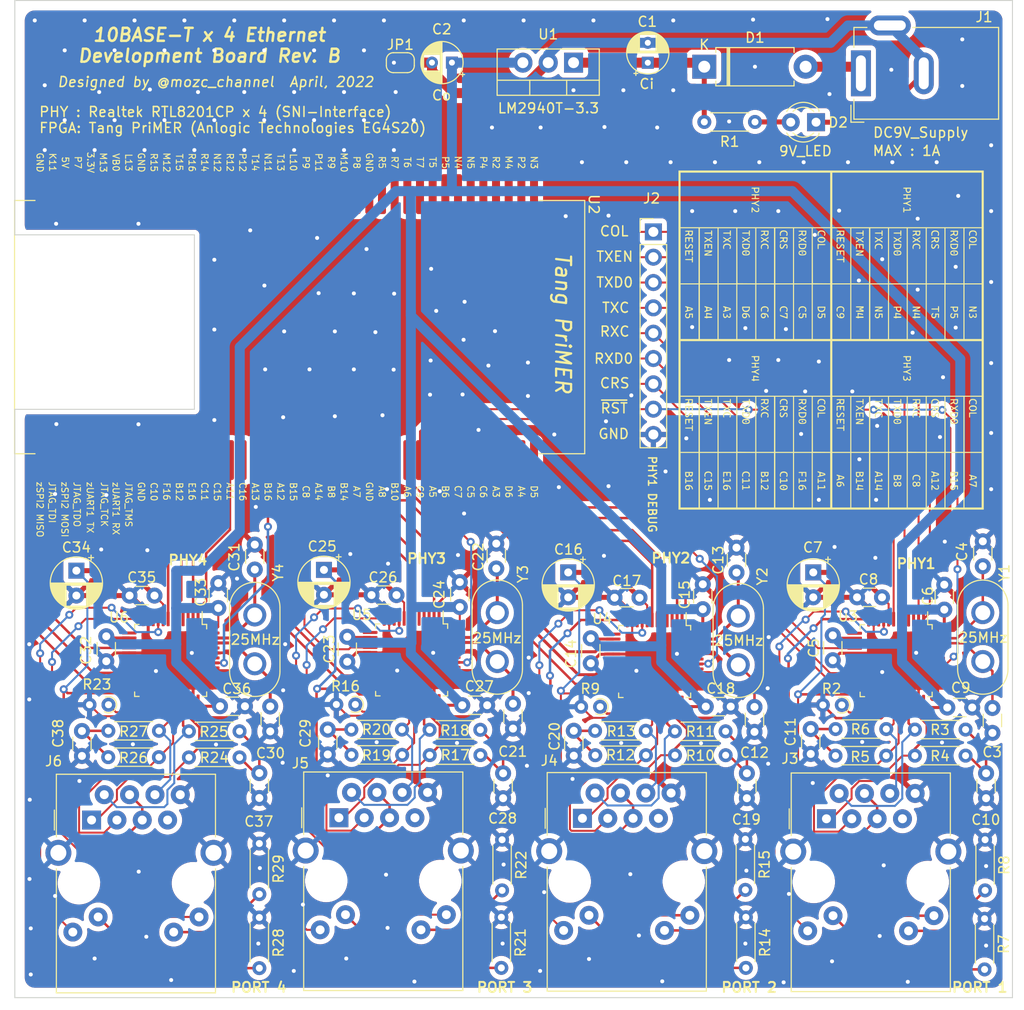
<source format=kicad_pcb>
(kicad_pcb (version 20211014) (generator pcbnew)
  (layers (0 "F.Cu" signal) (31 "B.Cu" signal) (34 "B.Paste" user) (35 "F.Paste" user) (36 "B.SilkS" user "B.Silkscreen") (37 "F.SilkS" user "F.Silkscreen") (38 "B.Mask" user) (39 "F.Mask" user) (44 "Edge.Cuts" user))
  (net 0 "")
  (net 1 "PHY2_X1")
  (net 2 "GND")
  (net 3 "GNDPWR")
  (net 4 "3.3V")
  (net 5 "PHY1_PWFBIN")
  (net 6 "Net-(D1-Pad2)")
  (net 7 "Net-(C10-Pad2)")
  (net 8 "Net-(C11-Pad2)")
  (net 9 "Net-(C19-Pad2)")
  (net 10 "Net-(C20-Pad2)")
  (net 11 "Net-(C28-Pad2)")
  (net 12 "Net-(C29-Pad2)")
  (net 13 "Net-(C37-Pad2)")
  (net 14 "VB0")
  (net 15 "PHY2_X2")
  (net 16 "PHY2_PWFBIN")
  (net 17 "PHY1_X1")
  (net 18 "PHY1_X2")
  (net 19 "Net-(C1-Pad1)")
  (net 20 "Net-(C38-Pad2)")
  (net 21 "Net-(J6-PadL2)")
  (net 22 "Net-(D2-Pad2)")
  (net 26 "Net-(J3-PadL2)")
  (net 27 "Net-(J3-PadL3)")
  (net 30 "Net-(J3-PadR1)")
  (net 31 "Net-(J3-PadR2)")
  (net 32 "Net-(J3-PadR3)")
  (net 34 "Net-(J3-PadR6)")
  (net 37 "Net-(J6-PadL3)")
  (net 38 "Net-(J6-PadR1)")
  (net 39 "PHY1_L_10ACT")
  (net 41 "PHY1_L_LINK")
  (net 46 "PHY2_L_10ACT")
  (net 47 "PHY2_L_LINK")
  (net 65 "PHY1_COL")
  (net 66 "PHY1_TXEN")
  (net 67 "PHY1_TX")
  (net 68 "PHY1_TXC")
  (net 69 "PHY1_RXC")
  (net 70 "PHY1_RX")
  (net 71 "PHY1_CRS")
  (net 72 "PHY3_COL")
  (net 73 "PHY3_TXEN")
  (net 74 "PHY3_TX")
  (net 78 "PHY2_COL")
  (net 79 "PHY2_TXEN")
  (net 80 "PHY2_TX")
  (net 81 "PHY2_TXC")
  (net 82 "PHY2_RXC")
  (net 83 "PHY2_RX")
  (net 84 "PHY2_CRS")
  (net 94 "Net-(J6-PadR2)")
  (net 95 "PHY2_RESET")
  (net 96 "PHY3_RESET")
  (net 97 "PHY4_RESET")
  (net 99 "PHY3_TXC")
  (net 100 "PHY3_RXC")
  (net 101 "PHY3_RX")
  (net 102 "PHY3_CRS")
  (net 103 "PHY4_COL")
  (net 104 "PHY4_TXEN")
  (net 105 "PHY4_TX")
  (net 109 "PHY4_TXC")
  (net 110 "PHY4_RXC")
  (net 111 "PHY4_RX")
  (net 112 "PHY4_CRS")
  (net 113 "PHY3_X1")
  (net 114 "PHY3_X2")
  (net 115 "PHY3_PWFBIN")
  (net 137 "Net-(J6-PadR3)")
  (net 138 "Net-(J4-PadL2)")
  (net 139 "Net-(J4-PadL3)")
  (net 140 "Net-(J4-PadR1)")
  (net 141 "Net-(J4-PadR2)")
  (net 142 "Net-(J4-PadR3)")
  (net 143 "Net-(J4-PadR6)")
  (net 145 "Net-(J6-PadR6)")
  (net 161 "Net-(J5-PadL2)")
  (net 162 "Net-(J5-PadL3)")
  (net 163 "Net-(J5-PadR1)")
  (net 164 "Net-(J5-PadR2)")
  (net 165 "Net-(J5-PadR3)")
  (net 166 "Net-(J5-PadR6)")
  (net 182 "PHY4_X1")
  (net 183 "PHY4_X2")
  (net 184 "PHY4_PWFBIN")
  (net 185 "PHY3_LEDA")
  (net 186 "PHY3_LEDB")
  (net 187 "PHY4_LEDA")
  (net 188 "PHY4_LEDB")
  (net 189 "Net-(R2-Pad1)")
  (net 190 "Net-(R9-Pad1)")
  (net 191 "Net-(R16-Pad1)")
  (net 192 "Net-(R23-Pad1)")
  (net 197 "~{PHY1_RESET}")
  (footprint "Capacitor_THT:C_Disc_D3.0mm_W1.6mm_P2.50mm" (layer "F.Cu") (at 195.9664 120.904 180)
    (fp_text reference "C9")
    (fp_text value "0.1u")
  )
  (footprint "Resistor_THT:R_Axial_DIN0204_L3.6mm_D1.6mm_P5.08mm_Horizontal" (layer "F.Cu") (at 166.1718 125.6886)
    (fp_text reference "R10")
    (fp_text value "49.9 1%")
  )
  (footprint "Package_TO_SOT_THT:TO-220-3_Vertical" (layer "F.Cu") (at 156.0068 56.2356 180)
    (fp_text reference "U1")
    (fp_text value "LM7805_TO220")
  )
  (footprint "Capacitor_THT:C_Disc_D3.0mm_W1.6mm_P2.50mm" (layer "F.Cu") (at 168.9608 111.0436 90)
    (fp_text reference "C15")
    (fp_text value "0.1u")
  )
  (footprint "Resistor_THT:R_Axial_DIN0204_L3.6mm_D1.6mm_P5.08mm_Horizontal" (layer "F.Cu") (at 114.443 125.8824 180)
    (fp_text reference "R26")
    (fp_text value "49.9 1%")
  )
  (footprint "Capacitor_THT:C_Disc_D3.0mm_W1.6mm_P2.50mm" (layer "F.Cu") (at 181.991 113.665 -90)
    (fp_text reference "C5")
    (fp_text value "0.1u")
  )
  (footprint "Capacitor_THT:C_Disc_D3.0mm_W1.6mm_P2.50mm" (layer "F.Cu") (at 138.2576 109.6264 180)
    (fp_text reference "C26")
    (fp_text value "0.1u")
  )
  (footprint "Capacitor_THT:C_Disc_D3.0mm_W1.6mm_P2.50mm" (layer "F.Cu") (at 148.9456 130 90)
    (fp_text reference "C28")
    (fp_text value "0.1u")
  )
  (footprint "Resistor_THT:R_Axial_DIN0204_L3.6mm_D1.6mm_P5.08mm_Horizontal" (layer "F.Cu") (at 148.7678 141.9352 -90)
    (fp_text reference "R21")
    (fp_text value "330")
  )
  (footprint "Connector_PinHeader_2.54mm:PinHeader_1x09_P2.54mm_Vertical" (layer "F.Cu") (at 164.0078 73.2028)
    (fp_text reference "J2")
    (fp_text value "Conn_01x09")
  )
  (footprint "Package_QFP:LQFP-48_7x7mm_P0.5mm" (layer "F.Cu") (at 188.341 116.205 -90)
    (fp_text reference "U3")
    (fp_text value "RTL8201CP")
  )
  (footprint "Jumper:SolderJumper-2_P1.3mm_Bridged2Bar_RoundedPad1.0x1.5mm" (layer "F.Cu") (at 138.6436 56.2356)
    (fp_text reference "JP1")
    (fp_text value "Jumper_2_Bridged")
  )
  (footprint "Capacitor_THT:C_Disc_D3.0mm_W1.6mm_P2.50mm" (layer "F.Cu") (at 144.6022 110.8256 90)
    (fp_text reference "C24")
    (fp_text value "0.1u")
  )
  (footprint "Capacitor_THT:C_Disc_D3.0mm_W1.6mm_P2.50mm" (layer "F.Cu") (at 106.7308 125.7608 90)
    (fp_text reference "C38")
    (fp_text value "0.1u")
  )
  (footprint "Capacitor_THT:C_Disc_D3.0mm_W1.6mm_P2.50mm" (layer "F.Cu") (at 186.924 109.855 180)
    (fp_text reference "C8")
    (fp_text value "0.1u")
  )
  (footprint "Capacitor_THT:C_Disc_D3.0mm_W1.6mm_P2.50mm" (layer "F.Cu") (at 109.1692 113.7612 -90)
    (fp_text reference "C32")
    (fp_text value "0.1u")
  )
  (footprint "Capacitor_THT:C_Disc_D3.0mm_W1.6mm_P2.50mm" (layer "F.Cu") (at 133.3246 113.812 -90)
    (fp_text reference "C23")
    (fp_text value "0.1u")
  )
  (footprint "Resistor_THT:R_Axial_DIN0204_L3.6mm_D1.6mm_P5.08mm_Horizontal" (layer "F.Cu") (at 124.5108 134.5438 -90)
    (fp_text reference "R29")
    (fp_text value "330")
  )
  (footprint "Capacitor_THT:C_Disc_D3.0mm_W1.6mm_P2.50mm" (layer "F.Cu") (at 157.734 113.9644 -90)
    (fp_text reference "C14")
    (fp_text value "0.1u")
  )
  (footprint "LOGO" (layer "F.Cu") (at 181.864 84 -90)
    (fp_text reference "G***" hide)
    (fp_text value "LOGO" hide)
  )
  (footprint "Capacitor_THT:C_Disc_D3.0mm_W1.6mm_P2.50mm" (layer "F.Cu") (at 174.1424 120.8478 -90)
    (fp_text reference "C12")
    (fp_text value "20p")
  )
  (footprint "Package_QFP:LQFP-48_7x7mm_P0.5mm" (layer "F.Cu") (at 164.1348 116.2906 -90)
    (fp_text reference "U4")
    (fp_text value "RTL8201CP")
  )
  (footprint "Diode_THT:D_DO-15_P10.16mm_Horizontal" (layer "F.Cu") (at 169.1082 56.642)
    (fp_text reference "D1")
    (fp_text value "SB340LS")
  )
  (footprint "Capacitor_THT:CP_Radial_D4.0mm_P2.00mm" (layer "F.Cu") (at 163.449 56.243 90)
    (fp_text reference "C1")
    (fp_text value "Ci")
  )
  (footprint "Capacitor_THT:C_Disc_D3.0mm_W1.6mm_P2.50mm" (layer "F.Cu") (at 124.0536 107.0664 90)
    (fp_text reference "C31")
    (fp_text value "20p")
  )
  (footprint "Capacitor_THT:C_Disc_D3.0mm_W1.6mm_P2.50mm" (layer "F.Cu") (at 124.5108 129.9772 90)
    (fp_text reference "C37")
    (fp_text value "0.1u")
  )
  (footprint "Resistor_THT:R_Axial_DIN0204_L3.6mm_D1.6mm_P1.90mm_Vertical" (layer "F.Cu") (at 158.6644 120.8278 180)
    (fp_text reference "R9")
    (fp_text value "2k (1%)")
  )
  (footprint "Package_QFP:LQFP-48_7x7mm_P0.5mm" (layer "F.Cu") (at 139.7762 116.1288 -90)
    (fp_text reference "U5")
    (fp_text value "RTL8201CP")
  )
  (footprint "Capacitor_THT:C_Disc_D3.0mm_W1.6mm_P2.50mm" (layer "F.Cu") (at 162.6162 109.8898 180)
    (fp_text reference "C17")
    (fp_text value "0.1u")
  )
  (footprint "Capacitor_THT:C_Disc_D3.0mm_W1.6mm_P2.50mm" (layer "F.Cu") (at 144.8508 120.6754)
    (fp_text reference "C27")
    (fp_text value "0.1u")
  )
  (footprint "Capacitor_THT:C_Disc_D3.0mm_W1.6mm_P2.50mm" (layer "F.Cu") (at 125.603 120.797 -90)
    (fp_text reference "C30")
    (fp_text value "20p")
  )
  (footprint "Capacitor_THT:C_Disc_D3.0mm_W1.6mm_P2.50mm" (layer "F.Cu") (at 179.7812 125.5576 90)
    (fp_text reference "C11")
    (fp_text value "0.1u")
  )
  (footprint "Resistor_THT:R_Axial_DIN0204_L3.6mm_D1.6mm_P5.08mm_Horizontal" (layer "F.Cu") (at 138.827 125.6538 180)
    (fp_text reference "R19")
    (fp_text value "49.9 1%")
  )
  (footprint "Resistor_THT:R_Axial_DIN0204_L3.6mm_D1.6mm_P5.08mm_Horizontal" (layer "F.Cu") (at 163.2618 125.6886 180)
    (fp_text reference "R12")
    (fp_text value "49.9 1%")
  )
  (footprint "Package_QFP:LQFP-48_7x7mm_P0.5mm" (layer "F.Cu") (at 115.6208 116.1796 -90)
    (fp_text reference "U6")
    (fp_text value "RTL8201CP")
  )
  (footprint "Capacitor_THT:CP_Radial_D5.0mm_P2.50mm" (layer "F.Cu") (at 155.4734 107.354488 -90)
    (fp_text reference "C16")
    (fp_text value "22u")
  )
  (footprint "Resistor_THT:R_Axial_DIN0204_L3.6mm_D1.6mm_P5.08mm_Horizontal" (layer "F.Cu") (at 141.589 125.6792)
    (fp_text reference "R17")
    (fp_text value "49.9 1%")
  )
  (footprint "Connector_RJ:RJ45_Amphenol_RJMG1BD3B8K1ANR" (layer "F.Cu") (at 132.4864 131.9584)
    (fp_text reference "J5")
    (fp_text value "RJ45_Amphenol_RJMG1BD3B8K1ANR")
  )
  (footprint "Resistor_THT:R_Axial_DIN0204_L3.6mm_D1.6mm_P5.08mm_Horizontal" (layer "F.Cu") (at 158.1658 123.2408)
    (fp_text reference "R13")
    (fp_text value "49.9 1%")
  )
  (footprint "Crystal:Crystal_HC50_Vertical" (layer "F.Cu") (at 148.3614 111.3928 -90)
    (fp_text reference "Y3")
    (fp_text value "25MHz")
  )
  (footprint "Resistor_THT:R_Axial_DIN0204_L3.6mm_D1.6mm_P5.08mm_Horizontal" (layer "F.Cu") (at 148.844 134.1628 -90)
    (fp_text reference "R22")
    (fp_text value "330")
  )
  (footprint "Resistor_THT:R_Axial_DIN0204_L3.6mm_D1.6mm_P5.08mm_Horizontal" (layer "F.Cu") (at 171.2468 123.2916 180)
    (fp_text reference "R11")
    (fp_text value "49.9 1%")
  )
  (footprint "Capacitor_THT:CP_Radial_D5.0mm_P2.50mm" (layer "F.Cu") (at 106.172 107.1772 -90)
    (fp_text reference "C34")
    (fp_text value "22u")
  )
  (footprint "Capacitor_THT:C_Disc_D3.0mm_W1.6mm_P2.50mm" (layer "F.Cu") (at 148.2598 106.9648 90)
    (fp_text reference "C22")
    (fp_text value "20p")
  )
  (footprint "Capacitor_THT:C_Disc_D3.0mm_W1.6mm_P2.50mm" (layer "F.Cu") (at 149.9362 120.5176 -90)
    (fp_text reference "C21")
    (fp_text value "20p")
  )
  (footprint "Capacitor_THT:C_Disc_D3.0mm_W1.6mm_P2.50mm" (layer "F.Cu") (at 169.2602 120.8118)
    (fp_text reference "C18")
    (fp_text value "0.1u")
  )
  (footprint "Resistor_THT:R_Axial_DIN0204_L3.6mm_D1.6mm_P1.90mm_Vertical" (layer "F.Cu") (at 109.3884 120.6246 180)
    (fp_text reference "R23")
    (fp_text value "2k (1%)")
  )
  (footprint "Resistor_THT:R_Axial_DIN0204_L3.6mm_D1.6mm_P5.08mm_Horizontal" (layer "F.Cu") (at 117.4496 125.9078)
    (fp_text reference "R24")
    (fp_text value "49.9 1%")
  )
  (footprint "Resistor_THT:R_Axial_DIN0204_L3.6mm_D1.6mm_P5.08mm_Horizontal" (layer "F.Cu") (at 182.2704 123.063)
    (fp_text reference "R6")
    (fp_text value "49.9 1%")
  )
  (footprint "Resistor_THT:R_Axial_DIN0204_L3.6mm_D1.6mm_P5.08mm_Horizontal" (layer "F.Cu") (at 197.2564 134.1628 -90)
    (fp_text reference "R8")
    (fp_text value "330")
  )
  (footprint "Capacitor_THT:C_Disc_D3.0mm_W1.6mm_P2.50mm" (layer "F.Cu") (at 197.993 120.9494 -90)
    (fp_text reference "C3")
    (fp_text value "20p")
  )
  (footprint "Crystal:Crystal_HC50_Vertical" (layer "F.Cu") (at 124.0536 111.6214 -90)
    (fp_text reference "Y4")
    (fp_text value "25MHz")
  )
  (footprint "Connector_RJ:RJ45_Amphenol_RJMG1BD3B8K1ANR" (layer "F.Cu") (at 181.356 132.06)
    (fp_text reference "J3")
    (fp_text value "RJ45_Amphenol_RJMG1BD3B8K1ANR")
  )
  (footprint "Resistor_THT:R_Axial_DIN0204_L3.6mm_D1.6mm_P5.08mm_Horizontal" (layer "F.Cu") (at 190.2206 125.73)
    (fp_text reference "R3")
    (fp_text value "49.9 1%")
  )
  (footprint "FPGA_eval:Tang_PriMER_SMD" (layer "F.Cu") (at 157.1244 70.0532 -90)
    (fp_text reference "U2")
    (fp_text value "Tang_PriMER_SMD")
  )
  (footprint "Resistor_THT:R_Axial_DIN0204_L3.6mm_D1.6mm_P5.08mm_Horizontal" (layer "F.Cu") (at 197.2056 142.0876 -90)
    (fp_text reference "R7")
    (fp_text value "330")
  )
  (footprint "Resistor_THT:R_Axial_DIN0204_L3.6mm_D1.6mm_P5.08mm_Horizontal" (layer "F.Cu") (at 133.731 123.1138)
    (fp_text reference "R20")
    (fp_text value "49.9 1%")
  )
  (footprint "Capacitor_THT:CP_Radial_D4.0mm_P2.00mm" (layer "F.Cu") (at 143.8148 56.228201 180)
    (fp_text reference "C2")
    (fp_text value "Co")
  )
  (footprint "Resistor_THT:R_Axial_DIN0204_L3.6mm_D1.6mm_P1.90mm_Vertical" (layer "F.Cu") (at 134.128 120.5992 180)
    (fp_text reference "R16")
    (fp_text value "2k (1%)")
  )
  (footprint "Resistor_THT:R_Axial_DIN0204_L3.6mm_D1.6mm_P5.08mm_Horizontal" (layer "F.Cu") (at 109.3724 123.2408)
    (fp_text reference "R27")
    (fp_text value "49.9 1%")
  )
  (footprint "Resistor_THT:R_Axial_DIN0204_L3.6mm_D1.6mm_P5.08mm_Horizontal" (layer "F.Cu") (at 173.228 134.112 -90)
    (fp_text reference "R15")
    (fp_text value "330")
  )
  (footprint "Crystal:Crystal_HC50_Vertical" (layer "F.Cu") (at 197.0278 111.3928 -90)
    (fp_text reference "Y1")
    (fp_text value "25MHz")
  )
  (footprint "Capacitor_THT:C_Disc_D3.0mm_W1.6mm_P2.50mm" (layer "F.Cu") (at 131.3688 125.6084 90)
    (fp_text reference "C29")
    (fp_text value "0.1u")
  )
  (footprint "Resistor_THT:R_Axial_DIN0204_L3.6mm_D1.6mm_P1.90mm_Vertical" (layer "F.Cu") (at 182.896 120.65 180)
    (fp_text reference "R2")
    (fp_text value "2k (1%)")
  )
  (footprint "Capacitor_THT:C_Disc_D3.0mm_W1.6mm_P2.50mm" (layer "F.Cu") (at 120.396 110.9272 90)
    (fp_text reference "C33")
    (fp_text value "0.1u")
  )
  (footprint "Capacitor_THT:C_Disc_D3.0mm_W1.6mm_P2.50mm" (layer "F.Cu") (at 114.0006 109.6772 180)
    (fp_text reference "C35")
    (fp_text value "0.1u")
  )
  (footprint "Connector_RJ:RJ45_Amphenol_RJMG1BD3B8K1ANR" (layer "F.Cu") (at 156.8958 132.0186)
    (fp_text reference "J4")
    (fp_text value "RJ45_Amphenol_RJMG1BD3B8K1ANR")
  )
  (footprint "Capacitor_THT:CP_Radial_D5.0mm_P2.50mm" (layer "F.Cu") (at 130.9878 107.100488 -90)
    (fp_text reference "C25")
    (fp_text value "22u")
  )
  (footprint "Resistor_THT:R_Axial_DIN0204_L3.6mm_D1.6mm_P5.08mm_Horizontal" (layer "F.Cu") (at 146.6596 123.1392 180)
    (fp_text reference "R18")
    (fp_text value "49.9 1%")
  )
  (footprint "Connector_RJ:RJ45_Amphenol_RJMG1BD3B8K1ANR" (layer "F.Cu") (at 107.696 132.187)
    (fp_text reference "J6")
    (fp_text value "RJ45_Amphenol_RJMG1BD3B8K1ANR")
  )
  (footprint "Capacitor_THT:C_Disc_D3.0mm_W1.6mm_P2.50mm" (layer "F.Cu") (at 193.167 111.085 90)
    (fp_text reference "C6")
    (fp_text value "0.1u")
  )
  (footprint "Crystal:Crystal_HC50_Vertical" (layer "F.Cu") (at 172.5168 111.723 -90)
    (fp_text reference "Y2")
    (fp_text value "25MHz")
  )
  (footprint "Capacitor_THT:C_Disc_D3.0mm_W1.6mm_P2.50mm" (layer "F.Cu") (at 197.0278 106.7362 90)
    (fp_text reference "C4")
    (fp_text value "20p")
  )
  (footprint "Resistor_THT:R_Axial_DIN0204_L3.6mm_D1.6mm_P5.08mm_Horizontal" (layer "F.Cu") (at 195.3006 123.1138 180)
    (fp_text reference "R4")
    (fp_text value "49.9 1%")
  )
  (footprint "Resistor_THT:R_Axial_DIN0204_L3.6mm_D1.6mm_P5.08mm_Horizontal" (layer "F.Cu") (at 174.1932 62.1792 180)
    (fp_text reference "R1")
    (fp_text value "1k")
  )
  (footprint "Capacitor_THT:C_Disc_D3.0mm_W1.6mm_P2.50mm" (layer "F.Cu") (at 156.0322 125.7354 90)
    (fp_text reference "C20")
    (fp_text value "0.1u")
  )
  (footprint "Resistor_THT:R_Axial_DIN0204_L3.6mm_D1.6mm_P5.08mm_Horizontal" (layer "F.Cu") (at 124.5108 141.9606 -90)
    (fp_text reference "R28")
    (fp_text value "330")
  )
  (footprint "Capacitor_THT:CP_Radial_D5.0mm_P2.50mm" (layer "F.Cu") (at 180.0352 107.354488 -90)
    (fp_text reference "C7")
    (fp_text value "22u")
  )
  (footprint "Resistor_THT:R_Axial_DIN0204_L3.6mm_D1.6mm_P5.08mm_Horizontal" (layer "F.Cu") (at 187.341 125.73 180)
    (fp_text reference "R5")
    (fp_text value "49.9 1%")
  )
  (footprint "Resistor_THT:R_Axial_DIN0204_L3.6mm_D1.6mm_P5.08mm_Horizontal" (layer "F.Cu") (at 122.5296 123.2916 180)
    (fp_text reference "R25")
    (fp_text value "49.9 1%")
  )
  (footprint "Capacitor_THT:C_Disc_D3.0mm_W1.6mm_P2.50mm" (layer "F.Cu") (at 173.3804 130 90)
    (fp_text reference "C19")
    (fp_text value "0.1u")
  )
  (footprint "Capacitor_THT:C_Disc_D3.0mm_W1.6mm_P2.50mm" (layer "F.Cu") (at 120.5684 120.777)
    (fp_text reference "C36")
    (fp_text value "0.1u")
  )
  (footprint "Connector_BarrelJack:BarrelJack_GCT_DCJ200-10-A_Horizontal" (layer "F.Cu") (at 184.8104 57.3024 90)
    (fp_text reference "J1")
    (fp_text value "Barrel_Jack_Switch")
  )
  (footprint "LED_THT:LED_D3.0mm" (layer "F.Cu") (at 180.3146 62.2046 180)
    (fp_text reference "D2")
    (fp_text value "9V_LED (RED_LED)")
  )
  (footprint "Capacitor_THT:C_Disc_D3.0mm_W1.6mm_P2.50mm" (layer "F.Cu") (at 197.358 130 90)
    (fp_text reference "C10")
    (fp_text value "0.1u")
  )
  (footprint "Capacitor_THT:C_Disc_D3.0mm_W1.6mm_P2.50mm" (layer "F.Cu") (at 172.339 107.3712 90)
    (fp_text reference "C13")
    (fp_text value "20p")
  )
  (footprint "Resistor_THT:R_Axial_DIN0204_L3.6mm_D1.6mm_P5.08mm_Horizontal" (layer "F.Cu") (at 173.2788 141.9352 -90)
    (fp_text reference "R14")
    (fp_text value "330")
  )
  (gr_line (start 100 150) (end 200 150) (layer "Edge.Cuts") (width 0.1))
  (gr_line (start 200 150) (end 200 50) (layer "Edge.Cuts") (width 0.1))
  (gr_line (start 100 50) (end 100 73.5) (layer "Edge.Cuts") (width 0.1))
  (gr_line (start 200 50) (end 100 50) (layer "Edge.Cuts") (width 0.1))
  (gr_line (start 118 73.5) (end 118 91) (layer "Edge.Cuts") (width 0.1))
  (gr_line (start 118 91) (end 100 91) (layer "Edge.Cuts") (width 0.1))
  (gr_line (start 100 73.5) (end 118 73.5) (layer "Edge.Cuts") (width 0.1))
  (gr_line (start 100 91) (end 100 150) (layer "Edge.Cuts") (width 0.1))
  (gr_text "Co" (at 142.7734 59.5122) (layer "F.SilkS") (effects (font (size 1 1))))
  (gr_text "PORT 4" (at 124.46 148.971) (layer "F.SilkS") (effects (font (size 1 1) (thickness 0.2))))
  (gr_text "PORT 3" (at 149.098 148.971) (layer "F.SilkS") (effects (font (size 1 1) (thickness 0.2))))
  (gr_text "COL" (at 160.0808 73.14) (layer "F.SilkS") (effects (font (size 1 1))))
  (gr_text "RXC" (at 160.1316 83.1984) (layer "F.SilkS") (effects (font (size 1 1))))
  (gr_text "PHY2" (at 165.7604 105.918) (layer "F.SilkS") (effects (font (size 1 1) (thickness 0.2))))
  (gr_text "MAX : 1A" (at 189.3824 65.0748) (layer "F.SilkS") (effects (font (size 1 1))))
  (gr_text "~{RST}" (at 160.0808 90.8946) (layer "F.SilkS") (effects (font (size 1 1))))
  (gr_text "Ci" (at 163.3474 58.3692) (layer "F.SilkS") (effects (font (size 1 1))))
  (gr_text "LM2940T-3.3" (at 153.4922 60.8076) (layer "F.SilkS") (effects (font (size 1 1))))
  (gr_text "PHY1 DEBUG" (at 163.89 99.51 270) (layer "F.SilkS") (effects (font (size 0.8 0.8))))
  (gr_text "TXC" (at 160.2332 80.8108) (layer "F.SilkS") (effects (font (size 1 1))))
  (gr_text "Designed by @mozc_channel  April, 2022" (at 120.142 58.166) (layer "F.SilkS") (effects (font (size 1 1) (thickness 0.15) italic)))
  (gr_text "DC9V_Supply" (at 190.8048 63.246) (layer "F.SilkS") (effects (font (size 1 1))))
  (gr_text "25MHz" (at 172.5676 114.1984) (layer "F.SilkS") (effects (font (size 1 1))))
  (gr_text "PHY3" (at 141.2748 105.9688) (layer "F.SilkS") (effects (font (size 1 1) (thickness 0.2))))
  (gr_text "TXEN" (at 160.1316 75.68) (layer "F.SilkS") (effects (font (size 1 1))))
  (gr_text "CRS" (at 160.1316 88.38) (layer "F.SilkS") (effects (font (size 1 1))))
  (gr_text "PHY4" (at 117.348 106.1212) (layer "F.SilkS") (effects (font (size 1 1) (thickness 0.2))))
  (gr_text "25MHz" (at 148.336 113.9444) (layer "F.SilkS") (effects (font (size 1 1))))
  (gr_text "PORT 1" (at 196.723 148.971) (layer "F.SilkS") (effects (font (size 1 1) (thickness 0.2))))
  (gr_text "9V_LED" (at 179.2478 65.1002) (layer "F.SilkS") (effects (font (size 1 1))))
  (gr_text "TXD0" (at 160.1316 78.2708) (layer "F.SilkS") (effects (font (size 1 1))))
  (gr_text "PORT 2\n" (at 173.609 148.971) (layer "F.SilkS") (effects (font (size 1 1) (thickness 0.2))))
  (gr_text "PHY : Realtek RTL8201CP x 4 (SNI-Interface)\nFPGA: Tang PriMER (Anlogic Technologies EG4S20)" (at 102.362 61.976) (layer "F.SilkS") (effects (font (size 1 1)) (justify left)))
  (gr_text "RXD0" (at 160.03 85.9162) (layer "F.SilkS") (effects (font (size 1 1))))
  (gr_text "C5" (at 145.6944 99.2632 270) (layer "F.SilkS") (effects (font (size 0.65 0.65) (thickness 0.1))))
  (gr_text "GND" (at 160.03 93.46) (layer "F.SilkS") (effects (font (size 1 1))))
  (gr_text "25MHz" (at 124.1044 114.0968) (layer "F.SilkS") (effects (font (size 1 1))))
  (gr_text "25MHz" (at 197.0532 113.8936) (layer "F.SilkS") (effects (font (size 1 1))))
  (gr_text "PHY1" (at 190.3476 106.4768) (layer "F.SilkS") (effects (font (size 1 1) (thickness 0.2))))
  (gr_text "10BASE-T x 4 Ethernet\nDevelopment Board Rev. B" (at 119.5 54.5) (layer "F.SilkS") (effects (font (size 1.3 1.3) (thickness 0.25) italic)))
  (segment (start 170.4344 114.5406) (end 172.5168 116.623) (width 0.3) (layer "F.Cu") (net 1))
  (segment (start 172.5168 116.623) (end 174.1424 118.2486) (width 0.25) (layer "F.Cu") (net 1))
  (segment (start 168.2973 114.5406) (end 170.4344 114.5406) (width 0.3) (layer "F.Cu") (net 1))
  (segment (start 174.1424 118.2486) (end 174.1424 120.8478) (width 0.25) (layer "F.Cu") (net 1))
  (segment (start 186.091 112.0425) (end 186.091 113.7306) (width 0.2) (layer "F.Cu") (net 2))
  (segment (start 111.4583 115.4296) (end 112.915 115.4296) (width 0.3) (layer "F.Cu") (net 2))
  (segment (start 144.1111 117.5512) (end 145.8468 117.5512) (width 1) (layer "F.Cu") (net 2))
  (segment (start 107.4884 120.6246) (end 108.64244 121.77864) (width 0.2) (layer "F.Cu") (net 2))
  (segment (start 114.8708 121.174257) (end 114.8708 120.3421) (width 0.2) (layer "F.Cu") (net 2))
  (segment (start 145.1918 117.3788) (end 145.669 117.856) (width 0.3) (layer "F.Cu") (net 2))
  (segment (start 192.5035 115.455) (end 190.3102 115.455) (width 1) (layer "F.Cu") (net 2))
  (segment (start 139.0262 121.123457) (end 139.0262 120.2913) (width 0.2) (layer "F.Cu") (net 2))
  (segment (start 121.2977 117.5639) (end 121.539 117.8052) (width 0.3) (layer "F.Cu") (net 2))
  (segment (start 158.634969 115.563431) (end 159.126121 115.563431) (width 0.3) (layer "F.Cu") (net 2))
  (segment (start 112.915 115.4296) (end 113.3708 114.9738) (width 0.3) (layer "F.Cu") (net 2))
  (segment (start 135.953451 109.6264) (end 137.5262 111.199149) (width 0.2) (layer "F.Cu") (net 2))
  (segment (start 155.4734 109.854488) (end 160.080888 109.854488) (width 0.5) (layer "F.Cu") (net 2))
  (segment (start 192.5035 114.955) (end 192.5035 115.955) (width 0.3) (layer "F.Cu") (net 2))
  (segment (start 156.7644 120.8278) (end 157.87624 121.93964) (width 0.2) (layer "F.Cu") (net 2))
  (segment (start 121.918889 121.926511) (end 123.0684 120.777) (width 0.3) (layer "F.Cu") (net 2))
  (segment (start 110.0008 115.4296) (end 109.1692 116.2612) (width 0.3) (layer "F.Cu") (net 2))
  (segment (start 159.9723 115.5406) (end 161.794 115.5406) (width 0.3) (layer "F.Cu") (net 2))
  (segment (start 159.126121 115.563431) (end 159.148952 115.5406) (width 0.3) (layer "F.Cu") (net 2))
  (segment (start 114.266417 121.77864) (end 114.8708 121.174257) (width 0.2) (layer "F.Cu") (net 2))
  (segment (start 162.801127 121.93964) (end 163.3848 121.355967) (width 0.2) (layer "F.Cu") (net 2))
  (segment (start 145.9096 115.3788) (end 146.1008 115.57) (width 0.2) (layer "F.Cu") (net 2))
  (segment (start 157.87624 121.93964) (end 162.801127 121.93964) (width 0.2) (layer "F.Cu") (net 2))
  (segment (start 119.7833 115.4296) (end 117.7424 115.4296) (width 1) (layer "F.Cu") (net 2))
  (segment (start 184.1785 115.455) (end 185.9908 115.455) (width 0.3) (layer "F.Cu") (net 2))
  (segment (start 161.8848 112.1281) (end 161.8848 113.8576) (width 0.2) (layer "F.Cu") (net 2))
  (segment (start 182.701 115.455) (end 181.991 116.165) (width 0.3) (layer "F.Cu") (net 2))
  (segment (start 143.9387 117.3788) (end 145.1918 117.3788) (width 0.3) (layer "F.Cu") (net 2))
  (segment (start 168.2973 115.5406) (end 166.3914 115.5406) (width 1) (layer "F.Cu") (net 2))
  (segment (start 117.8708 120.3421) (end 117.8708 118.7344) (width 0.3) (layer "F.Cu") (net 2))
  (segment (start 168.2973 115.0406) (end 167.0406 115.0406) (width 0.3) (layer "F.Cu") (net 2))
  (segment (start 143.9387 117.3788) (end 144.1111 117.5512) (width 1) (layer "F.Cu") (net 2))
  (segment (start 194.7218 117.455) (end 194.7672 117.5004) (width 1) (layer "F.Cu") (net 2))
  (segment (start 138.421818 121.727839) (end 139.0262 121.123457) (width 0.2) (layer "F.Cu") (net 2))
  (segment (start 143.9387 117.3788) (end 141.8644 117.3788) (width 1) (layer "F.Cu") (net 2))
  (segment (start 192.5035 115.955) (end 190.885 115.955) (width 0.3) (layer "F.Cu") (net 2))
  (segment (start 161.8848 111.360949) (end 160.413651 109.8898) (width 0.2) (layer "F.Cu") (net 2))
  (segment (start 167.05515 121.961311) (end 170.610689 121.961311) (width 0.3) (layer "F.Cu") (net 2))
  (segment (start 121.4748 115.4296) (end 121.6152 115.57) (width 0.2) (layer "F.Cu") (net 2))
  (segment (start 113.3708 112.0171) (end 113.3708 111.249949) (width 0.2) (layer "F.Cu") (net 2))
  (segment (start 170.610689 121.961311) (end 171.7602 120.8118) (width 0.3) (layer "F.Cu") (net 2))
  (segment (start 117.8708 120.3421) (end 117.8708 121.179961) (width 0.3) (layer "F.Cu") (net 2))
  (segment (start 166.4196 118.5406) (end 166.3192 118.4402) (width 1) (layer "F.Cu") (net 2))
  (segment (start 134.2578 115.3788) (end 133.3246 116.312) (width 0.3) (layer "F.Cu") (net 2))
  (segment (start 119.7833 115.4296) (end 121.4748 115.4296) (width 0.2) (layer "F.Cu") (net 2))
  (segment (start 184.1785 115.455) (end 182.701 115.455) (width 0.3) (layer "F.Cu") (net 2))
  (segment (start 166.3848 120.4531) (end 166.3848 121.290961) (width 0.3) (layer "F.Cu") (net 2))
  (segment (start 137.5262 115.352) (end 137.553 115.3788) (width 0.2) (layer "F.Cu") (net 2))
  (segment (start 111.4583 115.4296) (end 110.0008 115.4296) (width 0.3) (layer "F.Cu") (net 2))
  (segment (start 130.9878 109.600488) (end 135.731688 109.600488) (width 0.5) (layer "F.Cu") (net 2))
  (segment (start 137.5262 111.199149) (end 137.5262 111.9663) (width 0.2) (layer "F.Cu") (net 2))
  (segment (start 186.858562 121.9708) (end 187.591 121.238362) (width 0.25) (layer "F.Cu") (net 2))
  (segment (start 192.5035 117.455) (end 193.8328 117.455) (width 0.3) (layer "F.Cu") (net 2))
  (segment (start 146.201289 121.824911) (end 147.3508 120.6754) (width 0.3) (layer "F.Cu") (net 2))
  (segment (start 192.5035 117.455) (end 190.8356 117.455) (width 1) (layer "F.Cu") (net 2))
  (segment (start 186.091 113.7306) (end 186.0804 113.7412) (width 0.2) (layer "F.Cu") (net 2))
  (segment (start 133.35664 121.72784) (end 138.421818 121.727839) (width 0.2) (layer "F.Cu") (net 2))
  (segment (start 119.7833 117.4296) (end 119.9176 117.5639) (width 1) (layer "F.Cu") (net 2))
  (segment (start 118.61735 121.926511) (end 121.918889 121.926511) (width 0.3) (layer "F.Cu") (net 2))
  (segment (start 190.8704 118.455) (end 190.8302 118.4148) (width 1) (layer "F.Cu") (net 2))
  (segment (start 192.5035 118.455) (end 190.8704 118.455) (width 1) (layer "F.Cu") (net 2))
  (segment (start 180.0352 109.854488) (end 184.423488 109.854488) (width 0.5) (layer "F.Cu") (net 2))
  (segment (start 117.8708 121.179961) (end 118.61735 121.926511) (width 0.3) (layer "F.Cu") (net 2))
  (segment (start 142.0262 121.129161) (end 142.72195 121.824911) (width 0.3) (layer "F.Cu") (net 2))
  (segment (start 145.8616 118.3788) (end 145.9484 118.4656) (width 1) (layer "F.Cu") (net 2))
  (segment (start 192.5035 114.955) (end 191.028 114.955) (width 0.3) (layer "F.Cu") (net 2))
  (segment (start 117.892 118.4296) (end 117.8814 118.4402) (width 1) (layer "F.Cu") (net 2))
  (segment (start 137.5262 111.9663) (end 137.5262 115.352) (width 0.2) (layer "F.Cu") (net 2))
  (segment (start 143.9387 118.3788) (end 142.1024 118.3788) (width 1) (layer "F.Cu") (net 2))
  (segment (start 108.64244 121.77864) (end 114.266417 121.77864) (width 0.2) (layer "F.Cu") (net 2))
  (segment (start 166.7188 118.0406) (end 166.3192 118.4402) (width 1) (layer "F.Cu") (net 2))
  (segment (start 168.2973 117.5406) (end 166.4102 117.5406) (width 1) (layer "F.Cu") (net 2))
  (segment (start 143.9387 118.3788) (end 145.8616 118.3788) (width 1) (layer "F.Cu") (net 2))
  (segment (start 168.2973 115.5406) (end 170.049 115.5406) (width 0.2) (layer "F.Cu") (net 2))
  (segment (start 161.794 115.5406) (end 161.8488 115.5954) (width 0.3) (layer "F.Cu") (net 2))
  (segment (start 168.2973 118.0406) (end 166.7188 118.0406) (width 1) (layer "F.Cu") (net 2))
  (segment (start 155.508712 109.8898) (end 155.4734 109.854488) (width 0.2) (layer "F.Cu") (net 2))
  (segment (start 142.0262 120.2913) (end 142.0262 121.129161) (width 0.3) (layer "F.Cu") (net 2))
  (segment (start 121.0712 118.4296) (end 121.2088 118.5672) (width 1) (layer "F.Cu") (net 2))
  (segment (start 119.7833 117.4296) (end 117.8252 117.4296) (width 1) (layer "F.Cu") (net 2))
  (segment (start 157.734 116.4644) (end 158.634969 115.563431) (width 0.3) (layer "F.Cu") (net 2))
  (segment (start 168.2973 118.5406) (end 166.4196 118.5406) (width 1) (layer "F.Cu") (net 2))
  (segment (start 192.5035 117.455) (end 194.7218 117.455) (width 1) (layer "F.Cu") (net 2))
  (segment (start 166.3848 120.4531) (end 166.3848 118.7302) (width 0.3) (layer "F.Cu") (net 2))
  (segment (start 142.72195 121.824911) (end 146.201289 121.824911) (width 0.3) (layer "F.Cu") (net 2))
  (segment (start 113.3708 114.9738) (end 113.3708 112.0171) (width 0.3) (layer "F.Cu") (net 2))
  (segment (start 166.3914 115.5406) (end 166.37 115.5192) (width 1) (layer "F.Cu") (net 2))
  (segment (start 135.6137 115.3788) (end 134.2578 115.3788) (width 0.3) (layer "F.Cu") (net 2))
  (segment (start 180.996 120.65) (end 182.3168 121.9708) (width 0.25) (layer "F.Cu") (net 2))
  (segment (start 168.5111 117.7544) (end 170.3832 117.7544) (width 1) (layer "F.Cu") (net 2))
  (segment (start 185.9908 115.455) (end 186.055 115.5192) (width 0.3) (layer "F.Cu") (net 2))
  (segment (start 142.1024 118.3788) (end 142.0368 118.3132) (width 1) (layer "F.Cu") (net 2))
  (segment (start 168.2973 117.5406) (end 169.5406 117.5406) (width 0.2) (layer "F.Cu") (net 2))
  (segment (start 106.172 109.6772) (end 111.5006 109.6772) (width 0.5) (layer "F.Cu") (net 2))
  (segment (start 195.163 118.455) (end 195.4276 118.7196) (width 1) (layer "F.Cu") (net 2))
  (segment (start 170.6614 118.5406) (end 170.8404 118.7196) (width 1) (layer "F.Cu") (net 2))
  (segment (start 143.8999 115.4176) (end 143.9387 115.3788) (width 1) (layer "F.Cu") (net 2))
  (segment (start 132.228 120.5992) (end 133.35664 121.72784) (width 0.2) (layer "F.Cu") (net 2))
  (segment (start 186.091 112.0425) (end 186.091 111.275349) (width 0.2) (layer "F.Cu") (net 2))
  (segment (start 166.3848 118.7302) (end 166.4716 118.6434) (width 0.3) (layer "F.Cu") (net 2))
  (segment (start 184.423488 109.854488) (end 184.424 109.855) (width 0.5) (layer "F.Cu") (net 2))
  (segment (start 166.3848 121.290961) (end 167.05515 121.961311) (width 0.3) (layer "F.Cu") (net 2))
  (segment (start 119.9176 117.5639) (end 121.2977 117.5639) (width 1) (layer "F.Cu") (net 2))
  (segment (start 119.7833 118.4296) (end 121.0712 118.4296) (width 1) (layer "F.Cu") (net 2))
  (segment (start 137.553 115.3788) (end 135.6137 115.3788) (width 0.2) (layer "F.Cu") (net 2))
  (segment (start 160.080888 109.854488) (end 160.1162 109.8898) (width 0.5) (layer "F.Cu") (net 2))
  (segment (start 163.3848 120.4531) (end 163.3848 121.355967) (width 0.2) (layer "F.Cu") (net 2))
  (segment (start 168.2973 118.5406) (end 170.6614 118.5406) (width 1) (layer "F.Cu") (net 2))
  (segment (start 190.591 120.3675) (end 190.591 118.7598) (width 0.25) (layer "F.Cu") (net 2))
  (segment (start 135.731688 109.600488) (end 135.7576 109.6264) (width 0.5) (layer "F.Cu") (net 2))
  (segment (start 187.591 121.238362) (end 187.591 120.3675) (width 0.25) (layer "F.Cu") (net 2))
  (segment (start 192.5035 118.455) (end 195.163 118.455) (width 1) (layer "F.Cu") (net 2))
  (segment (start 142.0262 120.2913) (end 142.0262 118.4762) (width 0.3) (layer "F.Cu") (net 2))
  (segment (start 141.9352 115.4176) (end 143.8999 115.4176) (width 1) (layer "F.Cu") (net 2))
  (segment (start 113.3708 111.249949) (end 111.798051 109.6772) (width 0.2) (layer "F.Cu") (net 2))
  (segment (start 143.9387 115.3788) (end 145.9096 115.3788) (width 0.2) (layer "F.Cu") (net 2))
  (segment (start 168.2973 117.5406) (end 168.5111 117.7544) (width 1) (layer "F.Cu") (net 2))
  (segment (start 186.091 111.275349) (end 184.670651 109.855) (width 0.2) (layer "F.Cu") (net 2))
  (segment (start 182.3168 121.9708) (end 186.858562 121.9708) (width 0.25) (layer "F.Cu") (net 2))
  (segment (start 168.2973 116.0406) (end 167.0406 116.0406) (width 0.3) (layer "F.Cu") (net 2))
  (segment (start 159.9723 115.5406) (end 159.148952 115.5406) (width 0.3) (layer "F.Cu") (net 2))
  (segment (start 119.7833 118.4296) (end 117.892 118.4296) (width 1) (layer "F.Cu") (net 2))
  (via (at 138 56.2356) (size 0.8) (drill 0.4) (layers "F.Cu" "B.Cu") (net 2))
  (via (at 124.1552 100.7872) (size 0.8) (drill 0.4) (layers "F.Cu" "B.Cu") (net 2))
  (via (at 166.37 115.5192) (size 0.8) (drill 0.4) (layers "F.Cu" "B.Cu") (net 2))
  (via (at 168.783 124.4854) (size 0.8) (drill 0.4) (layers "F.Cu" "B.Cu") (net 2))
  (via (at 160.782 124.46) (size 0.8) (drill 0.4) (layers "F.Cu" "B.Cu") (net 2))
  (via (at 136.8552 91.5924) (size 0.8) (drill 0.4) (layers "F.Cu" "B.Cu") (net 2))
  (via (at 108 65) (size 0.8) (drill 0.4) (layers "F.Cu" "B.Cu") (net 2))
  (via (at 137.2108 137.668) (size 0.8) (drill 0.4) (layers "F.Cu" "B.Cu") (net 2))
  (via (at 186.3344 100.076) (size 0.8) (drill 0.4) (layers "F.Cu" "B.Cu") (net 2))
  (via (at 171.6024 62.1284) (size 0.8) (drill 0.4) (layers "F.Cu" "B.Cu") (net 2))
  (via (at 122.2756 107.9754) (size 0.8) (drill 0.4) (layers "F.Cu" "B.Cu") (net 2))
  (via (at 157.5562 146.1262) (size 0.8) (drill 0.4) (layers "F.Cu" "B.Cu") (net 2))
  (via (at 111.8362 124.587) (size 0.8) (drill 0.4) (layers "F.Cu" "B.Cu") (net 2))
  (via (at 177.0634 148.463) (size 0.8) (drill 0.4) (layers "F.Cu" "B.Cu") (net 2))
  (via (at 123 65) (size 0.8) (drill 0.4) (layers "F.Cu" "B.Cu") (net 2))
  (via (at 186.944 75.946) (size 0.8) (drill 0.4) (layers "F.Cu" "B.Cu") (net 2))
  (via (at 126.8984 91.7956) (size 0.8) (drill 0.4) (layers "F.Cu" "B.Cu") (net 2))
  (via (at 127 52) (size 0.8) (drill 0.4) (layers "F.Cu" "B.Cu") (net 2))
  (via (at 101.6 143.0528) (size 0.8) (drill 0.4) (layers "F.Cu" "B.Cu") (net 2))
  (via (at 101.473 138.0998) (size 0.8) (drill 0.4) (layers "F.Cu" "B.Cu") (net 2))
  (via (at 113.284 105.1306) (size 0.8) (drill 0.4) (layers "F.Cu" "B.Cu") (net 2))
  (via (at 118 65) (size 0.8) (drill 0.4) (layers "F.Cu" "B.Cu") (net 2))
  (via (at 181.9148 146.3548) (size 0.8) (drill 0.4) (layers "F.Cu" "B.Cu") (net 2))
  (via (at 197.866 78.232) (size 0.8) (drill 0.4) (layers "F.Cu" "B.Cu") (net 2))
  (via (at 151.511 119.4562) (size 0.8) (drill 0.4) (layers "F.Cu" "B.Cu") (net 2))
  (via (at 158 52) (size 0.8) (drill 0.4) (layers "F.Cu" "B.Cu") (net 2))
  (via (at 110 62) (size 0.8) (drill 0.4) (layers "F.Cu" "B.Cu") (net 2))
  (via (at 179.9844 128.4732) (size 0.8) (drill 0.4) (layers "F.Cu" "B.Cu") (net 2))
  (via (at 125 62) (size 0.8) (drill 0.4) (layers "F.Cu" "B.Cu") (net 2))
  (via (at 148.9964 136.652) (size 0.8) (drill 0.4) (layers "F.Cu" "B.Cu") (net 2))
  (via (at 112 52) (size 0.8) (drill 0.4) (layers "F.Cu" "B.Cu") (net 2))
  (via (at 179.2224 89.2048) (size 0.8) (drill 0.4) (layers "F.Cu" "B.Cu") (net 2))
  (via (at 113.1824 143.891) (size 0.8) (drill 0.4) (layers "F.Cu" "B.Cu") (net 2))
  (via (at 132.08 83.185) (size 0.8) (drill 0.4) (layers "F.Cu" "B.Cu") (net 2))
  (via (at 183.515 66.2178) (size 0.8) (drill 0.4) (layers "F.Cu" "B.Cu") (net 2))
  (via (at 108.6612 105.0544) (size 0.8) (drill 0.4) (layers "F.Cu" "B.Cu") (net 2))
  (via (at 165.735 66.2178) (size 0.8) (drill 0.4) (layers "F.Cu" "B.Cu") (net 2))
  (via (at 101.6 147.6756) (size 0.8) (drill 0.4) (layers "F.Cu" "B.Cu") (net 2))
  (via (at 133 59.182) (size 0.8) (drill 0.4) (layers "F.Cu" "B.Cu") (net 2))
  (via (at 130.302 73.8124) (size 0.8) (drill 0.4) (layers "F.Cu" "B.Cu") (net 2))
  (via (at 190.5 78.994) (size 0.8) (drill 0.4) (layers "F.Cu" "B.Cu") (net 2))
  (via (at 173.3296 137.2616) (size 0.8) (drill 0.4) (layers "F.Cu" "B.Cu") (net 2))
  (via (at 159.512 98.7044) (size 0.8) (drill 0.4) (layers "F.Cu" "B.Cu") (net 2))
  (via (at 194.9704 58.5724) (size 0.8) (drill 0.4) (layers "F.Cu" "B.Cu") (net 2))
  (via (at 182.626 71.0692) (size 0.8) (drill 0.4) (layers "F.Cu" "B.Cu") (net 2))
  (via (at 179.07 66.2178) (size 0.8) (drill 0.4) (layers "F.Cu" "B.Cu") (net 2))
  (via (at 125.095 86.995) (size 0.8) (drill 0.4) (layers "F.Cu" "B.Cu") (net 2))
  (via (at 132 52) (size 0.8) (drill 0.4) (layers "F.Cu" "B.Cu") (net 2))
  (via (at 176.53 71.12) (size 0.8) (drill 0.4) (layers "F.Cu" "B.Cu") (net 2))
  (via (at 135 62) (size 0.8) (drill 0.4) (layers "F.Cu" "B.Cu") (net 2))
  (via (at 186.69 143.8148) (size 0.8) (drill 0.4) (layers "F.Cu" "B.Cu") (net 2))
  (via (at 126.8984 119.1768) (size 0.8) (drill 0.4) (layers "F.Cu" "B.Cu") (net 2))
  (via (at 141.9352 115.4176) (size 0.8) (drill 0.4) (layers "F.Cu" "B.Cu") (net 2))
  (via (at 175.4632 118.9736) (size 0.8) (drill 0.4) (layers "F.Cu" "B.Cu") (net 2))
  (via (at 153.0604 139.4206) (size 0.8) (drill 0.4) (layers "F.Cu" "B.Cu") (net 2))
  (via (at 142.5956 99.2124) (size 0.8) (drill 0.4) (layers "F.Cu" "B.Cu") (net 2))
  (via (at 112.4204 137.3632) (size 0.8) (drill 0.4) (layers "F.Cu" "B.Cu") (net 2))
  (via (at 141.6812 86.106) (size 0.8) (drill 0.4) (layers "F.Cu" "B.Cu") (net 2))
  (via (at 117 52) (size 0.8) (drill 0.4) (layers "F.Cu" "B.Cu") (net 2))
  (via (at 145 52) (size 0.8) (drill 0.4) (layers "F.Cu" "B.Cu") (net 2))
  (via (at 130 55) (size 0.8) (drill 0.4) (layers "F.Cu" "B.Cu") (net 2))
  (via (at 169.672 100.076) (size 0.8) (drill 0.4) (layers "F.Cu" "B.Cu") (net 2))
  (via (at 184.658 96.012) (size 0.8) (drill 0.4) (layers "F.Cu" "B.Cu") (net 2))
  (via (at 114.1476 117.2464) (size 0.8) (drill 0.4) (layers "F.Cu" "B.Cu") (net 2))
  (via (at 105 55) (size 0.8) (drill 0.4) (layers "F.Cu" "B.Cu") (net 2))
  (via (at 138.0236 79.4004) (size 0.8) (drill 0.4) (layers "F.Cu" "B.Cu") (net 2))
  (via (at 140.0556 148.3868) (size 0.8) (drill 0.4) (layers "F.Cu" "B.Cu") (net 2))
  (via (at 112.395 92.5) (size 0.8) (drill 0.4) (layers "F.Cu" "B.Cu") (net 2))
  (via (at 174.625 66.2178) (size 0.8) (drill 0.4) (layers "F.Cu" "B.Cu") (net 2))
  (via (at 181.4576 51.8668) (size 0.8) (drill 0.4) (layers "F.Cu" "B.Cu") (net 2))
  (via (at 137 52) (size 0.8) (drill 0.4) (layers "F.Cu" "B.Cu") (net 2))
  (via (at 151 52) (size 0.8) (drill 0.4) (layers "F.Cu" "B.Cu") (net 2))
  (via (at 148.1328 83.1596) (size 0.8) (drill 0.4) (layers "F.Cu" "B.Cu") (net 2))
  (via (at 144.4244 105.6132) (size 0.8) (drill 0.4) (layers "F.Cu" "B.Cu") (net 2))
  (via (at 193.2178 104.267) (size 0.8) (drill 0.4) (layers "F.Cu" "B.Cu") (net 2))
  (via (at 120.1674 124.6124) (size 0.8) (drill 0.4) (layers "F.Cu" "B.Cu") (net 2))
  (via (at 147.828 62.738) (size 0.8) (drill 0.4) (layers "F.Cu" "B.Cu") (net 2))
  (via (at 186.436 92.6592) (size 0.8) (drill 0.4) (layers "F.Cu" "B.Cu") (net 2))
  (via (at 133 65) (size 0.8) (drill 0.4) (layers "F.Cu" "B.Cu") (net 2))
  (via (at 144.8816 89.5096) (size 0.8) (drill 0.4) (layers "F.Cu" "B.Cu") (net 2))
  (via (at 194.564 69.596) (size 0.8) (drill 0.4) (layers "F.Cu" "B.Cu") (net 2))
  (via (at 125.0188 78.5876) (size 0.8) (drill 0.4) (layers "F.Cu" "B.Cu") (net 2))
  (via (at 189.5094 148.4122) (size 0.8) (drill 0.4) (layers "F.Cu" "B.Cu") (net 2))
  (via (at 101.4984 130.1496) (size 0.8) (drill 0.4) (layers "F.Cu" "B.Cu") (net 2))
  (via (at 132.08 91.694) (size 0.8) (drill 0.4) (layers "F.Cu" "B.Cu") (net 2))
  (via (at 104.0384 99.4918) (size 0.8) (drill 0.4) (layers "F.Cu" "B.Cu") (net 2))
  (via (at 115 55) (size 0.8) (drill 0.4) (layers "F.Cu" "B.Cu") (net 2))
  (via (at 175.514 126.5428) (size 0.8) (drill 0.4) (layers "F.Cu" "B.Cu") (net 2))
  (via (at 103 65) (size 0.8) (drill 0.4) (layers "F.Cu" "B.Cu") (net 2))
  (via (at 192.9384 124.4092) (size 0.8) (drill 0.4) (layers "F.Cu" "B.Cu") (net 2))
  (via (at 124.5616 137.0076) (size 0.8) (drill 0.4) (layers "F.Cu" "B.Cu") (net 2))
  (via (at 113.538 58.928) (size 0.8) (drill 0.4) (layers "F.Cu" "B.Cu") (net 2))
  (via (at 166 59) (size 0.8) (drill 0.4) (layers "F.Cu" "B.Cu") (net 2))
  (via (at 145.0848 80.2132) (size 0.8) (drill 0.4) (layers "F.Cu" "B.Cu") (net 2))
  (via (at 194.9704 53.8988) (size 0.8) (drill 0.4) (layers "F.Cu" "B.Cu") (net 2))
  (via (at 197.358 144.78) (size 0.8) (drill 0.4) (layers "F.Cu" "B.Cu") (net 2))
  (via (at 159.512 71.5772) (size 0.8) (drill 0.4) (layers "F.Cu" "B.Cu") (net 2))
  (via (at 155.2194 71.628) (size 0.8) (drill 0.4) (layers "F.Cu" "B.Cu") (net 2))
  (via (at 112.395 72.39) (size 0.8) (drill 0.4) (layers "F.Cu" "B.Cu") (net 2))
  (via (at 180.594 86.2076) (size 0.8) (drill 0.4) (layers "F.Cu" "B.Cu") (net 2))
  (via (at 142.24 81.1276) (size 0.8) (drill 0.4) (layers "F.Cu" "B.Cu") (net 2))
  (via (at 166 52) (size 0.8) (drill 0.4) (layers "F.Cu" "B.Cu") (net 2))
  (via (at 103 58.5) (size 0.8) (drill 0.4) (layers "F.Cu" "B.Cu") (net 2))
  (via (at 137.9728 87.0204) (size 0.8) (drill 0.4) (layers "F.Cu" "B.Cu") (net 2))
  (via (at 115.6716 148.2344) (size 0.8) (drill 0.4) (layers "F.Cu" "B.Cu") (net 2))
  (via (at 133.985 86.995) (size 0.8) (drill 0.4) (layers "F.Cu" "B.Cu") (net 2))
  (via (at 176.53 86.0552) (size 0.8) (drill 0.4) (layers "F.Cu" "B.Cu") (net 2))
  (via (at 136.144 83.2612) (size 0.8) (drill 0.4) (layers "F.Cu" "B.Cu") (net 2))
  (via (at 194.31 76.708) (size 0.8) (drill 0.4) (layers "F.Cu" "B.Cu") (net 2))
  (via (at 133.985 79.375) (size 0.8) (drill 0.4) (layers "F.Cu" "B.Cu") (net 2))
  (via (at 154.0764 93.5228) (size 0.8) (drill 0.4) (layers "F.Cu" "B.Cu") (net 2))
  (via (at 140 62) (size 0.8) (drill 0.4) (layers "F.Cu" "B.Cu") (net 2))
  (via (at 137.3124 99.0092) (size 0.8) (drill 0.4) (layers "F.Cu" "B.Cu") (net 2))
  (via (at 156 59) (size 0.8) (drill 0.4) (layers "F.Cu" "B.Cu") (net 2))
  (via (at 133.6294 105.5116) (size 0.8) (drill 0.4) (layers "F.Cu" "B.Cu") (net 2))
  (via (at 108.458 59.182) (size 0.8) (drill 0.4) (layers "F.Cu" "B.Cu") (net 2))
  (via (at 104.14 72.39) (size 0.8) (drill 0.4) (layers "F.Cu" "B.Cu") (net 2))
  (via (at 136.271 124.3838) (size 0.8) (drill 0.4) (layers "F.Cu" "B.Cu") (net 2))
  (via (at 118.364 59.182) (size 0.8) (drill 0.4) (layers "F.Cu" "B.Cu") (net 2))
  (via (at 159.258 92.202) (size 0.8) (drill 0.4) (layers "F.Cu" "B.Cu") (net 2))
  (via (at 145.034 101.4476) (size 0.8) (drill 0.4) (layers "F.Cu" "B.Cu") (net 2))
  (via (at 146.4818 93.0656) (size 0.8) (drill 0.4) (layers "F.Cu" "B.Cu") (net 2))
  (via (at 161.29 66.2178) (size 0.8) (drill 0.4) (layers "F.Cu" "B.Cu") (net 2))
  (via (at 141.620583 89.529805) (size 0.8) (drill 0.4) (layers "F.Cu" "B.Cu") (net 2))
  (via (at 181.6608 59.3852) (size 0.8) (drill 0.4) (layers "F.Cu" "B.Cu") (net 2))
  (via (at 183.9468 89.2048) (size 0.8) (drill 0.4) (layers "F.Cu" "B.Cu") (net 2))
  (via (at 104.0384 139.8016) (size 0.8) (drill 0.4) (layers "F.Cu" "B.Cu") (net 2))
  (via (at 192.405 66.2178) (size 0.8) (drill 0.4) (layers "F.Cu" "B.Cu") (net 2))
  (via (at 174.1882 56.642) (size 0.8) (drill 0.4) (layers "F.Cu" "B.Cu") (net 2))
  (via (at 159.1056 62.6872) (size 0.8) (drill 0.4) (layers "F.Cu" "B.Cu") (net 2))
  (via (at 184.6072 78.0796) (size 0.8) (drill 0.4) (layers "F.Cu" "B.Cu") (net 2))
  (via (at 155.9052 128.0668) (size 0.8) (drill 0.4) (layers "F.Cu" "B.Cu") (net 2))
  (via (at 175.5648 113.8428) (size 0.8) (drill 0.4) (layers "F.Cu" "B.Cu") (net 2))
  (via (at 184.9374 124.3584) (size 0.8) (drill 0.4) (layers "F.Cu" "B.Cu") (net 2))
  (via (at 151.4348 86.3092) (size 0.8) (drill 0.4) (layers "F.Cu" "B.Cu") (net 2))
  (via (at 124.4092 144.5768) (size 0.8) (drill 0.4) (layers "F.Cu" "B.Cu") (net 2))
  (via (at 128.8796 140.6652) (size 0.8) (drill 0.4) (layers "F.Cu" "B.Cu") (net 2))
  (via (at 130 62) (size 0.8) (drill 0.4) (layers "F.Cu" "B.Cu") (net 2))
  (via (at 167.894 82.7532) (size 0.8) (drill 0.4) (layers "F.Cu" "B.Cu") (net 2))
  (via (at 120 83) (size 0.8) (drill 0.4) (layers "F.Cu" "B.Cu") (net 2))
  (via (at 177.292 82.9564) (size 0.8) (drill 0.4) (layers "F.Cu" "B.Cu") (net 2))
  (via (at 167.894 71.12) (size 0.8) (drill 0.4) (layers "F.Cu" "B.Cu") (net 2))
  (via (at 138.3284 117.1956) (size 0.8) (drill 0.4) (layers "F.Cu" "B.Cu") (net 2))
  (via (at 101.4476 120.0912) (size 0.8) (drill 0.4) (layers "F.Cu" "B.Cu") (net 2))
  (via (at 128 59.182) (size 0.8) (drill 0.4) (layers "F.Cu" "B.Cu") (net 2))
  (via (at 173.228 82.8548) (size 0.8) (drill 0.4) (layers "F.Cu" "B.Cu") (net 2))
  (via (at 161.798 89.6) (size 0.8) (drill 0.4) (layers "F.Cu" "B.Cu") (net 2))
  (via (at 115 62) (size 0.8) (drill 0.4) (layers "F.Cu" "B.Cu") (net 2))
  (via (at 156.845 66.2178) (size 0.8) (drill 0.4) (layers "F.Cu" "B.Cu") (net 2))
  (via (at 189.992 83.312) (size 0.8) (drill 0.4) (layers "F.Cu" "B.Cu") (net 2))
  (via (at 180.1876 73.5076) (size 0.8) (drill 0.4) (layers "F.Cu" "B.Cu") (net 2))
  (via (at 147.4724 86.614) (size 0.8) (drill 0.4) (layers "F.Cu" "B.Cu") (net 2))
  (via (at 141.732 76.9112) (size 0.8) (drill 0.4) (layers "F.Cu" "B.Cu") (net 2))
  (via (at 159.0548 105.6894) (size 0.8) (drill 0.4) (layers "F.Cu" "B.Cu") (net 2))
  (via (at 126.8476 126.4412) (size 0.8) (drill 0.4) (layers "F.Cu" "B.Cu") (net 2))
  (via (at 152.7048 62.738) (size 0.8) (drill 0.4) (layers "F.Cu" "B.Cu") (net 2))
  (via (at 101.4476 114.554) (size 0.8) (drill 0.4) (layers "F.Cu" "B.Cu") (net 2))
  (via (at 110 55) (size 0.8) (drill 0.4) (layers "F.Cu" "B.Cu") (net 2))
  (via (at 197.866 71.12) (size 0.8) (drill 0.4) (layers "F.Cu" "B.Cu") (net 2))
  (via (at 128 65) (size 0.8) (drill 0.4) (layers "F.Cu" "B.Cu") (net 2))
  (via (at 135.255 74.93) (size 0.8) (drill 0.4) (layers "F.Cu" "B.Cu") (net 2))
  (via (at 193.04 87.7824) (size 0.8) (drill 0.4) (layers "F.Cu" "B.Cu") (net 2))
  (via (at 104.1654 92.4814) (size 0.8) (drill 0.4) (layers "F.Cu" "B.Cu") (net 2))
  (via (at 123.5964 73.0504) (size 0.8) (drill 0.4) (layers "F.Cu" "B.Cu") (net 2))
  (via (at 162.56 143.764) (size 0.8) (drill 0.4) (layers "F.Cu" "B.Cu") (net 2))
  (via (at 106.4768 128.27) (size 0.8) (drill 0.4) (layers "F.Cu" "B.Cu") (net 2))
  (via (at 117.7424 115.4296) (size 0.8) (drill 0.4) (layers "F.Cu" "B.Cu") (net 2))
  (via (at 180.594 100.076) (size 0.8) (drill 0.4) (layers "F.Cu" "B.Cu") (net 2))
  (via (at 162.306 117.221) (size 0.8) (drill 0.4) (layers "F.Cu" "B.Cu") (net 2))
  (via (at 108.0008 146.0754) (size 0.8) (drill 0.4) (layers "F.Cu" "B.Cu") (net 2))
  (via (at 164.3888 62.738) (size 0.8) (drill 0.4) (layers "F.Cu" "B.Cu") (net 2))
  (via (at 131.3688 127.7112) (size 0.8) (drill 0.4) (layers "F.Cu" "B.Cu") (net 2))
  (via (at 137.414 106.4768) (size 0.8) (drill 0.4) (layers "F.Cu" "B.Cu") (net 2))
  (via (at 144.3228 124.46) (size 0.8) (drill 0.4) (layers "F.Cu" "B.Cu") (net 2))
  (via (at 197.866 93.3704) (size 0.8) (drill 0.4) (layers "F.Cu" "B.Cu") (net 2))
  (via (at 190.3476 115.4176) (size 0.8) (drill 0.4) (layers "F.Cu" "B.Cu") (net 2))
  (via (at 187.0964 136.7282) (size 0.8) (drill 0.4) (layers "F.Cu" "B.Cu") (net 2))
  (via (at 165.227 97.2312) (size 0.8) (drill 0.4) (layers "F.Cu" "B.Cu") (net 2))
  (via (at 107 52) (size 0.8) (drill 0.4) (layers "F.Cu" "B.Cu") (net 2))
  (via (at 120 55) (size 0.8) (drill 0.4) (layers "F.Cu" "B.Cu") (net 2))
  (via (at 192.7352 93.7768) (size 0.8) (drill 0.4) (layers "F.Cu" "B.Cu") (net 2))
  (via (at 154.5336 98.806) (size 0.8) (drill 0.4) (layers "F.Cu" "B.Cu") (net 2))
  (via (at 197.866 64.516) (size 0.8) (drill 0.4) (layers "F.Cu" "B.Cu") (net 2))
  (via (at 151.4348 89.662) (size 0.8) (drill 0.4) (layers "F.Cu" "B.Cu") (net 2))
  (via (at 127.1016 114.554) (size 0.8) (drill 0.4) (layers "F.Cu" "B.Cu") (net 2))
  (via (at 129.54 86.995) (size 0.8) (drill 0.4) (layers "F.Cu" "B.Cu") (net 2))
  (via (at 173.228 144.5768) (size 0.8) (drill 0.4) (layers "F.Cu" "B.Cu") (net 2))
  (via (at 186.2582 105.8926) (size 0.8) (drill 0.4) (layers "F.Cu" "B.Cu") (net 2))
  (via (at 123 59.182) (size 0.8) (drill 0.4) (layers "F.Cu" "B.Cu") (net 2))
  (via (at 164.8968 148.3614) (size 0.8) (drill 0.4) (layers "F.Cu" "B.Cu") (net 2))
  (via (at 177.5968 139.5984) (size 0.8) (drill 0.4) (layers "F.Cu" "B.Cu") (net 2))
  (via (at 127 83.185) (size 0.8) (drill 0.4) (layers "F.Cu" "B.Cu") (net 2))
  (via (at 161 59) (size 0.8) (drill 0.4) (layers "F.Cu" "B.Cu") (net 2))
  (via (at 194.31 82.804) (size 0.8) (drill 0.4) (layers "F.Cu" "B.Cu") (net 2))
  (via (at 138.176 59.182) (size 0.8) (drill 0.4) (layers "F.Cu" "B.Cu") (net 2))
  (via (at 197.866 99.0092) (size 0.8) (drill 0.4) (layers "F.Cu" "B.Cu") (net 2))
  (via (at 130.4544 79.3496) (size 0.8) (drill 0.4) (layers "F.Cu" "B.Cu") (net 2))
  (via (at 178.816 93.472) (size 0.8) (drill 0.4) (layers "F.Cu" "B.Cu") (net 2))
  (via (at 151.511 115.9002) (size 0.8) (drill 0.4) (layers "F.Cu" "B.Cu") (net 2))
  (via (at 122 52) (size 0.8) (drill 0.4) (layers "F.Cu" "B.Cu") (net 2))
  (via (at 197.866 86.36) (size 0.8) (drill 0.4) (layers "F.Cu" "B.Cu") (net 2))
  (via (at 120 76) (size 0.8) (drill 0.4) (layers "F.Cu" "B.Cu") (net 2))
  (via (at 125 55) (size 0.8) (drill 0.4) (layers "F.Cu" "B.Cu") (net 2))
  (via (at 148.8948 144.5768) (size 0.8) (drill 0.4) (layers "F.Cu" "B.Cu") (net 2))
  (via (at 167.31 93.91) (size 0.8) (drill 0.4) (layers "F.Cu" "B.Cu") (net 2))
  (via (at 197.358 136.8044) (size 0.8) (drill 0.4) (layers "F.Cu" "B.Cu") (net 2))
  (via (at 161.6964 137.6172) (size 0.8) (drill 0.4) (layers "F.Cu" "B.Cu") (net 2))
  (via (at 135 55) (size 0.8) (drill 0.4) (layers "F.Cu" "B.Cu") (net 2))
  (via (at 187.96 66.2178) (size 0.8) (drill 0.4) (layers "F.Cu" "B.Cu") (net 2))
  (via (at 113 65) (size 0.8) (drill 0.4) (layers "F.Cu" "B.Cu") (net 2))
  (via (at 137.3632 143.002) (size 0.8) (drill 0.4) (layers "F.Cu" "B.Cu") (net 2))
  (via (at 170.18 66.2178) (size 0.8) (drill 0.4) (layers "F.Cu" "B.Cu") (net 2))
  (via (at 120 92.075) (size 0.8) (drill 0.4) (layers "F.Cu" "B.Cu") (net 2))
  (via (at 105 62) (size 0.8) (drill 0.4) (layers "F.Cu" "B.Cu") (net 2))
  (via (at 127.9652 147.32) (size 0.8) (drill 0.4) (layers "F.Cu" "B.Cu") (net 2))
  (via (at 144.9832 84.0232) (size 0.8) (drill 0.4) (layers "F.Cu" "B.Cu") (net 2))
  (via (at 138 65) (size 0.8) (drill 0.4) (layers "F.Cu" "B.Cu") (net 2))
  (via (at 175.3108 89.154) (size 0.8) (drill 0.4) (layers "F.Cu" "B.Cu") (net 2))
  (via (at 190.5 71.882) (size 0.8) (drill 0.4) (layers "F.Cu" "B.Cu") (net 2))
  (via (at 151.3332 126.746) (size 0.8) (drill 0.4) (layers "F.Cu" "B.Cu") (net 2))
  (via (at 186.944 117.348) (size 0.8) (drill 0.4) (layers "F.Cu" "B.Cu") (net 2))
  (via (at 187.8584 56.9468) (size 0.8) (drill 0.4) (layers "F.Cu" "B.Cu") (net 2))
  (via (at 133.223 146.0754) (size 0.8) (drill 0.4) (layers "F.Cu" "B.Cu") (net 2))
  (via (at 174 51.9176) (size 0.8) (drill 0.4) (layers "F.Cu" "B.Cu") (net 2))
  (via (at 172.212 71.12) (size 0.8) (drill 0.4) (layers "F.Cu" "B.Cu") (net 2))
  (via (at 102 52) (size 0.8) (drill 0.4) (layers "F.Cu" "B.Cu") (net 2))
  (via (at 182.1688 104.8004) (size 0.8) (drill 0.4) (layers "F.Cu" "B.Cu") (net 2))
  (via (at 152.654 147.32) (size 0.8) (drill 0.4) (layers "F.Cu" "B.Cu") (net 2))
  (via (at 109.1692 99.5934) (size 0.8) (drill 0.4) (layers "F.Cu" "B.Cu") (net 2))
  (via (at 171.6024 86.0552) (size 0.8) (drill 0.4) (layers "F.Cu" "B.Cu") (net 2))
  (via (at 120 62) (size 0.8) (drill 0.4) (layers "F.Cu" "B.Cu") (net 2))
  (segment (start 180.3146 62.2046) (end 186.2082 62.2046) (width 0.5) (layer "F.Cu") (net 3))
  (segment (start 150.4188 59.2836) (end 153.4668 56.2356) (width 1) (layer "F.Cu") (net 3))
  (segment (start 141.8148 57.076729) (end 144.021671 59.2836) (width 1) (layer "F.Cu") (net 3))
  (segment (start 139.300999 56.228201) (end 139.2936 56.2356) (width 1) (layer "F.Cu") (net 3))
  (segment (start 144.021671 59.2836) (end 150.4188 59.2836) (width 1) (layer "F.Cu") (net 3))
  (segment (start 141.8148 56.228201) (end 139.300999 56.228201) (width 1) (layer "F.Cu") (net 3))
  (segment (start 141.8148 56.228201) (end 141.8148 57.076729) (width 1) (layer "F.Cu") (net 3))
  (segment (start 186.2082 62.2046) (end 191.1104 57.3024) (width 0.5) (layer "F.Cu") (net 3))
  (segment (start 191.1104 55.9024) (end 187.7104 52.5024) (width 1) (layer "B.Cu") (net 3))
  (segment (start 153.4668 55.424078) (end 154.647878 54.243) (width 1) (layer "B.Cu") (net 3))
  (segment (start 181.7738 54.243) (end 183.5144 52.5024) (width 1) (layer "B.Cu") (net 3))
  (segment (start 163.449 54.243) (end 181.7738 54.243) (width 1) (layer "B.Cu") (net 3))
  (segment (start 154.647878 54.243) (end 163.449 54.243) (width 1) (layer "B.Cu") (net 3))
  (segment (start 187.7104 52.5024) (end 183.5144 52.5024) (width 1) (layer "B.Cu") (net 3))
  (segment (start 153.4668 56.2356) (end 153.4668 55.424078) (width 1) (layer "B.Cu") (net 3))
  (segment (start 191.1104 57.3024) (end 191.1104 55.9024) (width 1) (layer "B.Cu") (net 3))
  (segment (start 111.4583 113.9296) (end 109.3376 113.9296) (width 0.3) (layer "F.Cu") (net 4))
  (segment (start 144.6022 112.7153) (end 143.9387 113.3788) (width 0.2) (layer "F.Cu") (net 4))
  (segment (start 135.6137 113.8788) (end 133.3914 113.8788) (width 0.3) (layer "F.Cu") (net 4))
  (segment (start 120.5684 120.777) (end 118.95452 120.777) (width 0.3) (layer "F.Cu") (net 4))
  (segment (start 159.9723 114.0406) (end 157.8102 114.0406) (width 0.3) (layer "F.Cu") (net 4))
  (segment (start 191.6275 120.904) (end 191.091 120.3675) (width 0.3) (layer "F.Cu") (net 4))
  (segment (start 118.95452 120.777) (end 118.37032 120.1928) (width 0.3) (layer "F.Cu") (net 4))
  (segment (start 144.6022 110.8256) (end 144.6022 112.7153) (width 0.2) (layer "F.Cu") (net 4))
  (segment (start 120.396 112.8169) (end 119.7833 113.4296) (width 0.2) (layer "F.Cu") (net 4))
  (segment (start 120.396 110.9272) (end 120.396 112.8169) (width 0.2) (layer "F.Cu") (net 4))
  (segment (start 168.9608 111.0436) (end 168.9608 112.8771) (width 0.3) (layer "F.Cu") (net 4))
  (segment (start 142.9103 120.6754) (end 142.5262 120.2913) (width 0.3) (layer "F.Cu") (net 4))
  (segment (start 144.8508 120.6754) (end 142.9103 120.6754) (width 0.3) (layer "F.Cu") (net 4))
  (segment (start 193.461 120.904) (end 191.6275 120.904) (width 0.3) (layer "F.Cu") (net 4))
  (segment (start 184.1785 113.955) (end 182.281 113.955) (width 0.3) (layer "F.Cu") (net 4))
  (segment (start 167.2435 120.8118) (end 166.8848 120.4531) (width 0.3) (layer "F.Cu") (net 4))
  (segment (start 193.167 112.7915) (end 192.5035 113.455) (width 0.3) (layer "F.Cu") (net 4))
  (segment (start 193.167 111.085) (end 193.167 112.7915) (width 0.3) (layer "F.Cu") (net 4))
  (segment (start 168.9608 112.8771) (end 168.2973 113.5406) (width 0.3) (layer "F.Cu") (net 4))
  (segment (start 169.2602 120.8118) (end 167.2435 120.8118) (width 0.3) (layer "F.Cu") (net 4))
  (segment (start 139.8726 69.1186) (end 143.835 69.1186) (width 1) (layer "B.Cu") (net 4))
  (segment (start 139.757111 105.980511) (end 139.757111 110.902711) (width 1) (layer "B.Cu") (net 4))
  (segment (start 139.7 69.2912) (end 139.8726 69.1186) (width 1) (layer "B.Cu") (net 4))
  (segment (start 139.7508 114.4016) (end 139.757111 114.395289) (width 1) (layer "B.Cu") (net 4))
  (segment (start 139.7 81.1276) (end 139.7 105.9234) (width 1) (layer "B.Cu") (net 4))
  (segment (start 188.932308 116.375308) (end 193.461 120.904) (width 1) (layer "B.Cu") (net 4))
  (segment (start 116.172401 114.561199) (end 116.1796 114.554) (width 1) (layer "B.Cu") (net 4))
  (segment (start 138.463099 114.4016) (end 139.7508 114.4016) (width 1) (layer "B.Cu") (net 4))
  (segment (start 158.533999 114.764399) (end 164.686401 114.764399) (width 1) (layer "B.Cu") (net 4))
  (segment (start 188.932308 110.801908) (end 188.932308 114.459508) (width 1) (layer "B.Cu") (net 4))
  (segment (start 138.1962 69.1186) (end 122.5498 84.765) (width 1) (layer "B.Cu") (net 4))
  (segment (start 193.167 111.085) (end 189.2154 111.085) (width 1) (layer "B.Cu") (net 4))
  (segment (start 139.7 115.5246) (end 139.7 114.4524) (width 1) (layer "B.Cu") (net 4))
  (segment (start 177.9322 69.1186) (end 194.7672 85.9536) (width 1) (layer "B.Cu") (net 4))
  (segment (start 143.822199 56.2356) (end 143.8148 56.228201) (width 1) (layer "B.Cu") (net 4))
  (segment (start 116.1796 116.3882) (end 120.5684 120.777) (width 1) (layer "B.Cu") (net 4))
  (segment (start 164.7952 106.7308) (end 164.7952 106.699856) (width 1) (layer "B.Cu") (net 4))
  (segment (start 122.5498 103.24863) (end 118.61043 107.188) (width 1) (layer "B.Cu") (net 4))
  (segment (start 118.61043 107.188) (end 116.1796 107.188) (width 1) (layer "B.Cu") (net 4))
  (segment (start 145.359 69.1186) (end 177.9322 69.1186) (width 1) (layer "B.Cu") (net 4))
  (segment (start 181.991 113.665) (end 182.836511 114.510511) (width 1) (layer "B.Cu") (net 4))
  (segment (start 144.6022 110.8256) (end 139.834222 110.8256) (width 1) (layer "B.Cu") (net 4))
  (segment (start 138.461888 114.402811) (end 138.463099 114.4016) (width 1) (layer "B.Cu") (net 4))
  (segment (start 164.7952 106.7308) (end 164.7952 114.6556) (width 1) (layer "B.Cu") (net 4))
  (segment (start 188.932308 104.655108) (end 188.932308 110.801908) (width 1) (layer "B.Cu") (net 4))
  (segment (start 139.7 81.1276) (end 139.7 69.2912) (width 1) (layer "B.Cu") (net 4))
  (segment (start 189.019692 104.655108) (end 188.932308 104.655108) (width 1) (layer "B.Cu") (net 4))
  (segment (start 139.7 105.9234) (end 139.757111 105.980511) (width 1) (layer "B.Cu") (net 4))
  (segment (start 120.396 110.9272) (end 116.1996 110.9272) (width 1) (layer "B.Cu") (net 4))
  (segment (start 139.8726 69.1186) (end 138.1962 69.1186) (width 1) (layer "B.Cu") (net 4))
  (segment (start 182.836511 114.510511) (end 188.881305 114.510511) (width 1) (layer "B.Cu") (net 4))
  (segment (start 116.1796 110.9472) (end 116.1796 114.554) (width 1) (layer "B.Cu") (net 4))
  (segment (start 149.9616 56.2356) (end 143.822199 56.2356) (width 1) (layer "B.Cu") (net 4))
  (segment (start 143.8148 69.0984) (end 143.835 69.1186) (width 1) (layer "B.Cu") (net 4))
  (segment (start 116.1796 107.188) (end 116.1796 110.9472) (width 1) (layer "B.Cu") (net 4))
  (segment (start 164.7952 116.3468) (end 164.7952 115.1128) (width 1) (layer "B.Cu") (net 4))
  (segment (start 157.734 113.9644) (end 158.533999 114.764399) (width 1) (layer "B.Cu") (net 4))
  (segment (start 164.7952 114.6556) (end 164.7952 115.1128) (width 1) (layer "B.Cu") (net 4))
  (segment (start 169.2602 120.8118) (end 164.7952 116.3468) (width 1) (layer "B.Cu") (net 4))
  (segment (start 168.9608 111.0436) (end 165.2472 111.0436) (width 1) (layer "B.Cu") (net 4))
  (segment (start 144.8508 120.6754) (end 139.7 115.5246) (width 1) (layer "B.Cu") (net 4))
  (segment (start 122.5498 84.765) (end 122.5498 103.24863) (width 1) (layer "B.Cu") (net 4))
  (segment (start 109.1692 113.7612) (end 109.969199 114.561199) (width 1) (layer "B.Cu") (net 4))
  (segment (start 139.757111 114.395289) (end 139.757111 110.902711) (width 1) (layer "B.Cu") (net 4))
  (segment (start 133.915411 114.402811) (end 133.3246 113.812) (width 1) (layer "B.Cu") (net 4))
  (segment (start 189.2154 111.085) (end 188.932308 110.801908) (width 1) (layer "B.Cu") (net 4))
  (segment (start 139.834222 110.8256) (end 139.757111 110.902711) (width 1) (layer "B.Cu") (net 4))
  (segment (start 188.881305 114.510511) (end 188.932308 114.459508) (width 1) (layer "B.Cu") (net 4))
  (segment (start 138.461888 114.402811) (end 133.915411 114.402811) (width 1) (layer "B.Cu") (net 4))
  (segment (start 139.7 114.4524) (end 139.757111 114.395289) (width 1) (layer "B.Cu") (net 4))
  (segment (start 143.8148 56.228201) (end 143.8148 69.0984) (width 1) (layer "B.Cu") (net 4))
  (segment (start 116.1796 114.554) (end 116.1796 116.3882) (width 1) (layer "B.Cu") (net 4))
  (segment (start 164.686401 114.764399) (end 164.7952 114.6556) (width 1) (layer "B.Cu") (net 4))
  (segment (start 194.7672 98.9076) (end 189.019692 104.655108) (width 1) (layer "B.Cu") (net 4))
  (segment (start 143.835 69.1186) (end 145.359 69.1186) (width 1) (layer "B.Cu") (net 4))
  (segment (start 164.7952 106.699856) (end 139.7 81.604656) (width 1) (layer "B.Cu") (net 4))
  (segment (start 194.7672 85.9536) (end 194.7672 98.9076) (width 1) (layer "B.Cu") (net 4))
  (segment (start 139.7 81.604656) (end 139.7 81.1276) (width 1) (layer "B.Cu") (net 4))
  (segment (start 116.1996 110.9272) (end 116.1796 110.9472) (width 1) (layer "B.Cu") (net 4))
  (segment (start 188.932308 114.459508) (end 188.932308 116.375308) (width 1) (layer "B.Cu") (net 4))
  (segment (start 109.969199 114.561199) (end 116.172401 114.561199) (width 1) (layer "B.Cu") (net 4))
  (segment (start 184.638 133.858) (end 186.436 132.06) (width 0.2) (layer "F.Cu") (net 5))
  (segment (start 189.091 119.564994) (end 188.804406 119.2784) (width 0.25) (layer "F.Cu") (net 5))
  (segment (start 184.423488 107.354488) (end 186.924 109.855) (width 0.5) (layer "F.Cu") (net 5))
  (segment (start 178.5112 119.5832) (end 178.5112 132.4356) (width 0.2) (layer "F.Cu") (net 5))
  (segment (start 188.804406 119.2784) (end 185.157606 119.2784) (width 0.25) (layer "F.Cu") (net 5))
  (segment (start 189.091 120.3675) (end 189.091 119.564994) (width 0.25) (layer "F.Cu") (net 5))
  (segment (start 178.5112 132.4356) (end 179.9336 133.858) (width 0.2) (layer "F.Cu") (net 5))
  (segment (start 184.852806 119.5832) (end 178.5112 119.5832) (width 0.25) (layer "F.Cu") (net 5))
  (segment (start 185.157606 119.2784) (end 184.852806 119.5832) (width 0.25) (layer "F.Cu") (net 5))
  (segment (start 180.0352 107.354488) (end 184.423488 107.354488) (width 0.5) (layer "F.Cu") (net 5))
  (segment (start 186.436 130.79) (end 186.436 132.06) (width 0.25) (layer "F.Cu") (net 5))
  (segment (start 185.166 129.52) (end 186.436 130.79) (width 0.25) (layer "F.Cu") (net 5))
  (segment (start 187.591 110.522) (end 187.591 112.0425) (width 0.2) (layer "F.Cu") (net 5))
  (segment (start 179.9336 133.858) (end 184.638 133.858) (width 0.2) (layer "F.Cu") (net 5))
  (segment (start 186.924 109.855) (end 187.591 110.522) (width 0.2) (layer "F.Cu") (net 5))
  (via (at 178.5112 119.5832) (size 0.8) (drill 0.4) (layers "F.Cu" "B.Cu") (net 5))
  (segment (start 181.2036 108.522888) (end 180.0352 107.354488) (width 0.2) (layer "B.Cu") (net 5))
  (segment (start 180.848 117.2464) (end 180.848 111.942832) (width 0.2) (layer "B.Cu") (net 5))
  (segment (start 178.5112 119.5832) (end 180.848 117.2464) (width 0.2) (layer "B.Cu") (net 5))
  (segment (start 181.2036 111.587232) (end 181.2036 108.522888) (width 0.2) (layer "B.Cu") (net 5))
  (segment (start 180.848 111.942832) (end 181.2036 111.587232) (width 0.2) (layer "B.Cu") (net 5))
  (segment (start 179.2682 56.642) (end 184.15 56.642) (width 1) (layer "F.Cu") (net 6))
  (segment (start 184.15 56.642) (end 184.8104 57.3024) (width 1) (layer "F.Cu") (net 6))
  (segment (start 197.358 125.1712) (end 197.358 127.5) (width 0.25) (layer "F.Cu") (net 7))
  (segment (start 197.358 127.5) (end 195.588 125.73) (width 0.25) (layer "F.Cu") (net 7))
  (segment (start 195.3006 123.1138) (end 197.358 125.1712) (width 0.25) (layer "F.Cu") (net 7))
  (segment (start 182.261 125.73) (end 179.7812 123.2502) (width 0.25) (layer "F.Cu") (net 8))
  (segment (start 182.2704 123.063) (end 179.7866 123.063) (width 0.25) (layer "F.Cu") (net 8))
  (segment (start 173.3804 127.5) (end 173.3804 125.4252) (width 0.25) (layer "F.Cu") (net 9))
  (segment (start 173.3804 127.5) (end 171.569 125.6886) (width 0.25) (layer "F.Cu") (net 9))
  (segment (start 173.3804 125.4252) (end 171.2468 123.2916) (width 0.25) (layer "F.Cu") (net 9))
  (segment (start 158.1818 125.6886) (end 156.0322 123.539) (width 0.25) (layer "F.Cu") (net 10))
  (segment (start 158.1658 123.2408) (end 156.0376 123.2408) (width 0.25) (layer "F.Cu") (net 10))
  (segment (start 148.9456 125.4252) (end 148.9456 127.5) (width 0.25) (layer "F.Cu") (net 11))
  (segment (start 148.9456 127.5) (end 147.1248 125.6792) (width 0.25) (layer "F.Cu") (net 11))
  (segment (start 146.6596 123.1392) (end 148.9456 125.4252) (width 0.25) (layer "F.Cu") (net 11))
  (segment (start 131.3688 123.1084) (end 133.747 125.4866) (width 0.25) (layer "F.Cu") (net 12))
  (segment (start 131.3688 123.1084) (end 133.7256 123.1084) (width 0.25) (layer "F.Cu") (net 12))
  (segment (start 122.5296 125.9078) (end 124.099 127.4772) (width 0.25) (layer "F.Cu") (net 13))
  (segment (start 122.5296 123.2916) (end 124.5108 125.2728) (width 0.25) (layer "F.Cu") (net 13))
  (segment (start 124.5108 125.2728) (end 124.5108 127.4772) (width 0.25) (layer "F.Cu") (net 13))
  (segment (start 172.5168 111.723) (end 172.5168 107.549) (width 0.3) (layer "F.Cu") (net 15))
  (segment (start 170.1992 114.0406) (end 172.5168 111.723) (width 0.3) (layer "F.Cu") (net 15))
  (segment (start 168.2973 114.0406) (end 170.1992 114.0406) (width 0.3) (layer "F.Cu") (net 15))
  (segment (start 161.9758 130.7486) (end 161.9758 132.0186) (width 0.25) (layer "F.Cu") (net 16))
  (segment (start 163.3848 110.6584) (end 162.6162 109.8898) (width 0.2) (layer "F.Cu") (net 16))
  (segment (start 160.080888 107.354488) (end 162.6162 109.8898) (width 0.5) (layer "F.Cu") (net 16))
  (segment (start 154.7368 132.772006) (end 155.670394 133.7056) (width 0.2) (layer "F.Cu") (net 16))
  (segment (start 155.4734 107.354488) (end 160.080888 107.354488) (width 0.5) (layer "F.Cu") (net 16))
  (segment (start 154.99932 119.49012) (end 160.87508 119.49012) (width 0.2) (layer "F.Cu") (net 16))
  (segment (start 160.3248 133.7056) (end 160.3248 133.6696) (width 0.2) (layer "F.Cu") (net 16))
  (segment (start 160.7058 129.4786) (end 161.9758 130.7486) (width 0.25) (layer "F.Cu") (net 16))
  (segment (start 160.3248 133.6696) (end 161.9758 132.0186) (width 0.2) (layer "F.Cu") (net 16))
  (segment (start 161.1884 119.1768) (end 164.476611 119.1768) (width 0.2) (layer "F.Cu") (net 16))
  (segment (start 155.670394 133.7056) (end 160.3248 133.7056) (width 0.2) (layer "F.Cu") (net 16))
  (segment (start 164.8848 119.584989) (end 164.8848 120.4531) (width 0.2) (layer "F.Cu") (net 16))
  (segment (start 160.87508 119.49012) (end 161.1884 119.1768) (width 0.2) (layer "F.Cu") (net 16))
  (segment (start 164.476611 119.1768) (end 164.8848 119.584989) (width 0.2) (layer "F.Cu") (net 16))
  (segment (start 163.3848 112.1281) (end 163.3848 110.6584) (width 0.2) (layer "F.Cu") (net 16))
  (segment (start 154.7368 119.2276) (end 154.99932 119.49012) (width 0.2) (layer "F.Cu") (net 16))
  (segment (start 154.7368 119.2276) (end 154.7368 132.772006) (width 0.2) (layer "F.Cu") (net 16))
  (via (at 154.7368 119.2276) (size 0.8) (drill 0.4) (layers "F.Cu" "B.Cu") (net 16))
  (segment (start 156.572911 117.391489) (end 156.572911 108.453999) (width 0.2) (layer "B.Cu") (net 16))
  (segment (start 154.7368 119.2276) (end 156.572911 117.391489) (width 0.2) (layer "B.Cu") (net 16))
  (segment (start 156.572911 108.453999) (end 155.4734 107.354488) (width 0.2) (layer "B.Cu") (net 16))
  (segment (start 197.993 117.258) (end 197.0278 116.2928) (width 0.25) (layer "F.Cu") (net 17))
  (segment (start 192.5035 114.455) (end 195.19 114.455) (width 0.25) (layer "F.Cu") (net 17))
  (segment (start 197.993 120.9494) (end 197.993 117.258) (width 0.25) (layer "F.Cu") (net 17))
  (segment (start 195.19 114.455) (end 197.0278 116.2928) (width 0.25) (layer "F.Cu") (net 17))
  (segment (start 192.5035 113.955) (end 194.4656 113.955) (width 0.25) (layer "F.Cu") (net 18))
  (segment (start 194.4656 113.955) (end 197.0278 111.3928) (width 0.25) (layer "F.Cu") (net 18))
  (segment (start 197.0278 111.3928) (end 197.0278 106.7362) (width 0.25) (layer "F.Cu") (net 18))
  (segment (start 169.1082 62.1742) (end 169.1132 62.1792) (width 0.5) (layer "F.Cu") (net 19))
  (segment (start 163.449 56.243) (end 168.7092 56.243) (width 1) (layer "F.Cu") (net 19))
  (segment (start 156.0068 56.2356) (end 163.4416 56.2356) (width 1) (layer "F.Cu") (net 19))
  (segment (start 168.7092 56.243) (end 169.1082 56.642) (width 1) (layer "F.Cu") (net 19))
  (segment (start 163.4416 56.2356) (end 163.449 56.243) (width 1) (layer "F.Cu") (net 19))
  (segment (start 169.1082 56.642) (end 169.1082 62.1742) (width 0.5) (layer "F.Cu") (net 19))
  (segment (start 109.363 125.8824) (end 106.7414 123.2608) (width 0.25) (layer "F.Cu") (net 20))
  (segment (start 109.3724 123.2408) (end 106.7508 123.2408) (width 0.25) (layer "F.Cu") (net 20))
  (segment (start 120.7076 143.427) (end 124.5108 139.6238) (width 0.25) (layer "F.Cu") (net 21))
  (segment (start 115.926 143.427) (end 120.7076 143.427) (width 0.25) (layer "F.Cu") (net 21))
  (segment (start 177.7492 62.1792) (end 177.7746 62.2046) (width 0.5) (layer "F.Cu") (net 22))
  (segment (start 174.1932 62.1792) (end 177.7492 62.1792) (width 0.5) (layer "F.Cu") (net 22))
  (segment (start 189.586 143.3) (end 193.1992 143.3) (width 0.25) (layer "F.Cu") (net 26))
  (segment (start 193.1992 143.3) (end 197.2564 139.2428) (width 0.25) (layer "F.Cu") (net 26))
  (segment (start 187.4036 147.1676) (end 182.016 141.78) (width 0.25) (layer "F.Cu") (net 27))
  (segment (start 197.2056 147.1676) (end 187.4036 147.1676) (width 0.25) (layer "F.Cu") (net 27))
  (segment (start 186.435511 128.270489) (end 184.648435 128.270489) (width 0.2) (layer "F.Cu") (net 30))
  (segment (start 190.091 121.257) (end 191.4144 122.5804) (width 0.25) (layer "F.Cu") (net 30))
  (segment (start 190.246 125.73) (end 188.976 125.73) (width 0.2) (layer "F.Cu") (net 30))
  (segment (start 190.2206 125.035586) (end 190.2206 125.73) (width 0.25) (layer "F.Cu") (net 30))
  (segment (start 184.648435 128.270489) (end 183.875511 129.043413) (width 0.2) (layer "F.Cu") (net 30))
  (segment (start 191.4144 122.5804) (end 191.4144 123.841786) (width 0.25) (layer "F.Cu") (net 30))
  (segment (start 188.976 125.73) (end 186.435511 128.270489) (width 0.2) (layer "F.Cu") (net 30))
  (segment (start 183.875511 129.043413) (end 183.875511 130.037565) (width 0.2) (layer "F.Cu") (net 30))
  (segment (start 190.091 120.3675) (end 190.091 121.257) (width 0.25) (layer "F.Cu") (net 30))
  (segment (start 191.4144 123.841786) (end 190.2206 125.035586) (width 0.25) (layer "F.Cu") (net 30))
  (segment (start 183.875511 130.037565) (end 181.853076 132.06) (width 0.2) (layer "F.Cu") (net 30))
  (segment (start 189.591 122.4842) (end 190.2206 123.1138) (width 0.25) (layer "F.Cu") (net 31))
  (segment (start 189.591 120.3675) (end 189.591 122.4842) (width 0.25) (layer "F.Cu") (net 31))
  (segment (start 188.223565 130.769511) (end 183.875511 130.769511) (width 0.2) (layer "B.Cu") (net 31))
  (segment (start 188.955511 130.037565) (end 188.223565 130.769511) (width 0.2) (layer "B.Cu") (net 31))
  (segment (start 190.14 123.19) (end 188.955511 124.374489) (width 0.2) (layer "B.Cu") (net 31))
  (segment (start 183.875511 130.769511) (end 182.626 129.52) (width 0.2) (layer "B.Cu") (net 31))
  (segment (start 188.955511 124.374489) (end 188.955511 130.037565) (width 0.2) (layer "B.Cu") (net 31))
  (segment (start 180.106489 133.309511) (end 180.146978 133.35) (width 0.2) (layer "F.Cu") (net 32))
  (segment (start 180.146978 133.35) (end 182.606 133.35) (width 0.2) (layer "F.Cu") (net 32))
  (segment (start 188.591 124.48) (end 187.341 125.73) (width 0.2) (layer "F.Cu") (net 32))
  (segment (start 187.341 125.73) (end 185.599551 127.471449) (width 0.2) (layer "F.Cu") (net 32))
  (segment (start 182.606 133.35) (end 183.896 132.06) (width 0.2) (layer "F.Cu") (net 32))
  (segment (start 185.599551 127.471449) (end 182.907475 127.471449) (width 0.2) (layer "F.Cu") (net 32))
  (segment (start 180.106489 130.272435) (end 180.106489 133.309511) (width 0.2) (layer "F.Cu") (net 32))
  (segment (start 182.907475 127.471449) (end 180.106489 130.272435) (width 0.2) (layer "F.Cu") (net 32))
  (segment (start 188.591 120.3675) (end 188.591 124.48) (width 0.2) (layer "F.Cu") (net 32))
  (segment (start 188.091 122.53) (end 188.091 120.3675) (width 0.2) (layer "F.Cu") (net 34))
  (segment (start 187.431 123.19) (end 188.091 122.53) (width 0.2) (layer "F.Cu") (net 34))
  (segment (start 188.340511 128.885489) (end 188.340511 124.099511) (width 0.2) (layer "B.Cu") (net 34))
  (segment (start 187.706 129.52) (end 188.340511 128.885489) (width 0.2) (layer "B.Cu") (net 34))
  (segment (start 188.340511 124.099511) (end 187.431 123.19) (width 0.2) (layer "B.Cu") (net 34))
  (segment (start 113.4896 147.0406) (end 108.356 141.907) (width 0.25) (layer "F.Cu") (net 37))
  (segment (start 124.5108 147.0406) (end 113.4896 147.0406) (width 0.25) (layer "F.Cu") (net 37))
  (segment (start 110.236 129.149924) (end 110.236 130.1496) (width 0.2) (layer "F.Cu") (net 38))
  (segment (start 115.52172 127.87048) (end 111.515444 127.87048) (width 0.2) (layer "F.Cu") (net 38))
  (segment (start 117.3708 121.763922) (end 118.503089 122.896211) (width 0.25) (layer "F.Cu") (net 38))
  (segment (start 117.4844 125.9078) (end 115.52172 127.87048) (width 0.2) (layer "F.Cu") (net 38))
  (segment (start 118.503089 122.896211) (end 118.503089 124.854311) (width 0.25) (layer "F.Cu") (net 38))
  (segment (start 111.515444 127.87048) (end 110.236 129.149924) (width 0.2) (layer "F.Cu") (net 38))
  (segment (start 117.3708 120.3421) (end 117.3708 121.763922) (width 0.25) (layer "F.Cu") (net 38))
  (segment (start 118.503089 124.854311) (end 117.4496 125.9078) (width 0.25) (layer "F.Cu") (net 38))
  (segment (start 110.236 130.1496) (end 108.1986 132.187) (width 0.2) (layer "F.Cu") (net 38))
  (segment (start 187.246 141.78) (end 192.126 141.78) (width 0.25) (layer "F.Cu") (net 39))
  (segment (start 177.4952 115.9764) (end 177.559311 116.040511) (width 0.25) (layer "F.Cu") (net 39))
  (segment (start 185.591 112.0425) (end 180.9719 112.0425) (width 0.25) (layer "F.Cu") (net 39))
  (segment (start 177.559311 132.093311) (end 187.246 141.78) (width 0.25) (layer "F.Cu") (net 39))
  (segment (start 177.559311 116.040511) (end 177.559311 132.093311) (width 0.25) (layer "F.Cu") (net 39))
  (segment (start 180.9719 112.0425) (end 180.0606 112.9538) (width 0.25) (layer "F.Cu") (net 39))
  (via (at 180.0606 112.9538) (size 0.8) (drill 0.4) (layers "F.Cu" "B.Cu") (net 39))
  (via (at 177.4952 115.9764) (size 0.8) (drill 0.4) (layers "F.Cu" "B.Cu") (net 39))
  (segment (start 177.4952 115.5192) (end 177.4952 115.9764) (width 0.25) (layer "B.Cu") (net 39))
  (segment (start 180.0606 112.9538) (end 177.4952 115.5192) (width 0.25) (layer "B.Cu") (net 39))
  (segment (start 187.091 113.2786) (end 187.1218 113.3094) (width 0.2) (layer "F.Cu") (net 41))
  (segment (start 176.149 133.8326) (end 176.149 139.973) (width 0.2) (layer "F.Cu") (net 41))
  (segment (start 176.637767 114.789483) (end 176.637767 133.343833) (width 0.2) (layer "F.Cu") (net 41))
  (segment (start 187.091 112.0425) (end 187.091 113.2786) (width 0.2) (layer "F.Cu") (net 41))
  (segment (start 183.2864 111.2774) (end 180.086 111.2774) (width 0.2) (layer "F.Cu") (net 41))
  (segment (start 176.637767 133.343833) (end 176.149 133.8326) (width 0.2) (layer "F.Cu") (net 41))
  (segment (start 176.149 139.973) (end 179.476 143.3) (width 0.2) (layer "F.Cu") (net 41))
  (segment (start 180.086 111.2774) (end 179.2732 112.0902) (width 0.2) (layer "F.Cu") (net 41))
  (via (at 187.1218 113.3094) (size 0.8) (drill 0.4) (layers "F.Cu" "B.Cu") (net 41))
  (via (at 183.2864 111.2774) (size 0.8) (drill 0.4) (layers "F.Cu" "B.Cu") (net 41))
  (via (at 179.2732 112.0902) (size 0.8) (drill 0.4) (layers "F.Cu" "B.Cu") (net 41))
  (via (at 176.637767 114.789483) (size 0.8) (drill 0.4) (layers "F.Cu" "B.Cu") (net 41))
  (segment (start 187.1218 113.3094) (end 185.3184 113.3094) (width 0.2) (layer "B.Cu") (net 41))
  (segment (start 176.637767 114.571892) (end 176.637767 114.789483) (width 0.2) (layer "B.Cu") (net 41))
  (segment (start 185.3184 113.3094) (end 183.2864 111.2774) (width 0.2) (layer "B.Cu") (net 41))
  (segment (start 179.2732 112.0902) (end 179.119459 112.0902) (width 0.2) (layer "B.Cu") (net 41))
  (segment (start 179.119459 112.0902) (end 176.637767 114.571892) (width 0.2) (layer "B.Cu") (net 41))
  (segment (start 153.683311 117.742311) (end 153.683311 132.525111) (width 0.25) (layer "F.Cu") (net 46))
  (segment (start 162.8968 141.7386) (end 167.6658 141.7386) (width 0.25) (layer "F.Cu") (net 46))
  (segment (start 153.683311 132.525111) (end 162.8968 141.7386) (width 0.25) (layer "F.Cu") (net 46))
  (segment (start 156.7309 112.1281) (end 155.3972 113.4618) (width 0.25) (layer "F.Cu") (net 46))
  (segment (start 153.6446 117.7036) (end 153.683311 117.742311) (width 0.25) (layer "F.Cu") (net 46))
  (segment (start 161.3848 112.1281) (end 156.7309 112.1281) (width 0.25) (layer "F.Cu") (net 46))
  (via (at 153.6446 117.7036) (size 0.8) (drill 0.4) (layers "F.Cu" "B.Cu") (net 46))
  (via (at 155.3972 113.4618) (size 0.8) (drill 0.4) (layers "F.Cu" "B.Cu") (net 46))
  (segment (start 155.3972 113.4618) (end 153.6446 115.2144) (width 0.25) (layer "B.Cu") (net 46))
  (segment (start 153.6446 115.2144) (end 153.6446 117.7036) (width 0.25) (layer "B.Cu") (net 46))
  (segment (start 162.8848 113.4056) (end 162.8902 113.411) (width 0.2) (layer "F.Cu") (net 47))
  (segment (start 151.5364 134.0358) (end 151.5364 139.7792) (width 0.2) (layer "F.Cu") (net 47))
  (segment (start 162.8848 112.1281) (end 162.8848 113.4056) (width 0.2) (layer "F.Cu") (net 47))
  (segment (start 155.829 111.1504) (end 154.4828 112.4966) (width 0.2) (layer "F.Cu") (net 47))
  (segment (start 152.5778 116.6622) (end 152.5778 132.9944) (width 0.2) (layer "F.Cu") (net 47))
  (segment (start 158.5976 111.1504) (end 155.829 111.1504) (width 0.2) (layer "F.Cu") (net 47))
  (segment (start 151.5364 139.7792) (end 155.0158 143.2586) (width 0.2) (layer "F.Cu") (net 47))
  (segment (start 152.5778 132.9944) (end 151.5364 134.0358) (width 0.2) (layer "F.Cu") (net 47))
  (via (at 152.5778 116.6622) (size 0.8) (drill 0.4) (layers "F.Cu" "B.Cu") (net 47))
  (via (at 162.8902 113.411) (size 0.8) (drill 0.4) (layers "F.Cu" "B.Cu") (net 47))
  (via (at 154.4828 112.4966) (size 0.8) (drill 0.4) (layers "F.Cu" "B.Cu") (net 47))
  (via (at 158.5976 111.1504) (size 0.8) (drill 0.4) (layers "F.Cu" "B.Cu") (net 47))
  (segment (start 152.5778 114.4016) (end 152.5778 116.6622) (width 0.2) (layer "B.Cu") (net 47))
  (segment (start 154.4828 112.4966) (end 152.5778 114.4016) (width 0.2) (layer "B.Cu") (net 47))
  (segment (start 162.8902 113.411) (end 160.8582 113.411) (width 0.2) (layer "B.Cu") (net 47))
  (segment (start 160.8582 113.411) (end 158.5976 111.1504) (width 0.2) (layer "B.Cu") (net 47))
  (segment (start 191.7192 111.4143) (end 191.7192 86.868) (width 0.2) (layer "F.Cu") (net 65))
  (segment (start 191.091 112.0425) (end 191.7192 111.4143) (width 0.2) (layer "F.Cu") (net 65))
  (segment (start 153.2786 73.2686) (end 153.3444 73.2028) (width 0.2) (layer "F.Cu") (net 65))
  (segment (start 178.054 73.2028) (end 164.0078 73.2028) (width 0.2) (layer "F.Cu") (net 65))
  (segment (start 152.0444 72.0344) (end 152.0444 69.4182) (width 0.2) (layer "F.Cu") (net 65))
  (segment (start 153.2786 73.2686) (end 152.0444 72.0344) (width 0.2) (layer "F.Cu") (net 65))
  (segment (start 191.7192 86.868) (end 178.054 73.2028) (width 0.2) (layer "F.Cu") (net 65))
  (segment (start 153.3444 73.2028) (end 164.0078 73.2028) (width 0.2) (layer "F.Cu") (net 65))
  (segment (start 178.054 75.7428) (end 164.0078 75.7428) (width 0.2) (layer "F.Cu") (net 66))
  (segment (start 149.5044 71.882) (end 153.3652 75.7428) (width 0.2) (layer "F.Cu") (net 66))
  (segment (start 190.591 112.0425) (end 190.591 88.2798) (width 0.2) (layer "F.Cu") (net 66))
  (segment (start 149.5044 69.4182) (end 149.5044 71.882) (width 0.2) (layer "F.Cu") (net 66))
  (segment (start 190.591 88.2798) (end 178.054 75.7428) (width 0.2) (layer "F.Cu") (net 66))
  (segment (start 153.3652 75.7428) (end 164.0078 75.7428) (width 0.2) (layer "F.Cu") (net 66))
  (segment (start 188.591 112.0425) (end 188.591 110.7734) (width 0.2) (layer "F.Cu") (net 67))
  (segment (start 188.591 110.7734) (end 189.1792 110.1852) (width 0.2) (layer "F.Cu") (net 67))
  (segment (start 153.9748 78.2828) (end 164.0078 78.2828) (width 0.2) (layer "F.Cu") (net 67))
  (segment (start 189.1792 89.3572) (end 178.1048 78.2828) (width 0.2) (layer "F.Cu") (net 67))
  (segment (start 146.9644 71.2724) (end 153.9748 78.2828) (width 0.2) (layer "F.Cu") (net 67))
  (segment (start 178.1048 78.2828) (end 164.0078 78.2828) (width 0.2) (layer "F.Cu") (net 67))
  (segment (start 189.1792 110.1852) (end 189.1792 89.3572) (width 0.2) (layer "F.Cu") (net 67))
  (segment (start 177.519259 80.8228) (end 164.0078 80.8228) (width 0.2) (layer "F.Cu") (net 68))
  (segment (start 145.6944 72.3392) (end 154.178 80.8228) (width 0.2) (layer "F.Cu") (net 68))
  (segment (start 188.091 91.394541) (end 177.519259 80.8228) (width 0.2) (layer "F.Cu") (net 68))
  (segment (start 145.6944 69.4182) (end 145.6944 72.3392) (width 0.2) (layer "F.Cu") (net 68))
  (segment (start 154.178 80.8228) (end 164.0078 80.8228) (width 0.2) (layer "F.Cu") (net 68))
  (segment (start 188.091 112.0425) (end 188.091 91.394541) (width 0.2) (layer "F.Cu") (net 68))
  (segment (start 177.6476 112.088859) (end 177.6476 97.0026) (width 0.2) (layer "F.Cu") (net 69))
  (segment (start 184.1785 114.955) (end 180.513741 114.955) (width 0.2) (layer "F.Cu") (net 69))
  (segment (start 144.4244 73.3552) (end 154.432 83.3628) (width 0.2) (layer "F.Cu") (net 69))
  (segment (start 177.6476 97.0026) (end 164.0078 83.3628) (width 0.2) (layer "F.Cu") (net 69))
  (segment (start 144.4244 69.4182) (end 144.4244 73.3552) (width 0.2) (layer "F.Cu") (net 69))
  (segment (start 154.432 83.3628) (end 164.0078 83.3628) (width 0.2) (layer "F.Cu") (net 69))
  (segment (start 180.513741 114.955) (end 177.6476 112.088859) (width 0.2) (layer "F.Cu") (net 69))
  (segment (start 154.8384 85.9028) (end 164.0078 85.9028) (width 0.2) (layer "F.Cu") (net 70))
  (segment (start 181.726056 117.455) (end 176.6824 112.411344) (width 0.2) (layer "F.Cu") (net 70))
  (segment (start 176.6824 112.411344) (end 176.6824 98.5774) (width 0.2) (layer "F.Cu") (net 70))
  (segment (start 143.1544 74.2188) (end 154.8384 85.9028) (width 0.2) (layer "F.Cu") (net 70))
  (segment (start 184.1785 117.455) (end 181.726056 117.455) (width 0.2) (layer "F.Cu") (net 70))
  (segment (start 176.6824 98.5774) (end 164.0078 85.9028) (width 0.2) (layer "F.Cu") (net 70))
  (segment (start 143.1544 69.4182) (end 143.1544 74.2188) (width 0.2) (layer "F.Cu") (net 70))
  (segment (start 155.2956 88.4428) (end 164.0078 88.4428) (width 0.2) (layer "F.Cu") (net 71))
  (segment (start 175.8696 100.3046) (end 164.0078 88.4428) (width 0.2) (layer "F.Cu") (net 71))
  (segment (start 184.1785 118.455) (end 181.8534 118.455) (width 0.2) (layer "F.Cu") (net 71))
  (segment (start 141.8844 75.0316) (end 155.2956 88.4428) (width 0.2) (layer "F.Cu") (net 71))
  (segment (start 175.8696 112.4712) (end 175.8696 100.3046) (width 0.2) (layer "F.Cu") (net 71))
  (segment (start 181.8534 118.455) (end 175.8696 112.4712) (width 0.2) (layer "F.Cu") (net 71))
  (segment (start 141.8844 69.4182) (end 141.8844 75.0316) (width 0.2) (layer "F.Cu") (net 71))
  (segment (start 142.5262 110.3562) (end 142.5262 111.9663) (width 0.25) (layer "F.Cu") (net 72))
  (segment (start 135.636 100.1268) (end 139.3444 100.1268) (width 0.25) (layer "F.Cu") (net 72))
  (segment (start 134.2644 95.4532) (end 134.2644 98.7552) (width 0.25) (layer "F.Cu") (net 72))
  (segment (start 143.1036 103.886) (end 143.1036 109.7788) (width 0.25) (layer "F.Cu") (net 72))
  (segment (start 143.1036 109.7788) (end 142.5262 110.3562) (width 0.25) (layer "F.Cu") (net 72))
  (segment (start 134.2644 98.7552) (end 135.636 100.1268) (width 0.25) (layer "F.Cu") (net 72))
  (segment (start 139.3444 100.1268) (end 143.1036 103.886) (width 0.25) (layer "F.Cu") (net 72))
  (segment (start 132.9944 100.0252) (end 134.4676 101.4984) (width 0.25) (layer "F.Cu") (net 73))
  (segment (start 134.4676 101.4984) (end 138.5316 101.4984) (width 0.25) (layer "F.Cu") (net 73))
  (segment (start 142.0262 104.993) (end 142.0262 111.9663) (width 0.25) (layer "F.Cu") (net 73))
  (segment (start 138.5316 101.4984) (end 142.0262 104.993) (width 0.25) (layer "F.Cu") (net 73))
  (segment (start 132.9944 95.4532) (end 132.9944 100.0252) (width 0.25) (layer "F.Cu") (net 73))
  (segment (start 137.5664 102.8192) (end 140.0262 105.279) (width 0.25) (layer "F.Cu") (net 74))
  (segment (start 131.7244 101.1936) (end 133.35 102.8192) (width 0.25) (layer "F.Cu") (net 74))
  (segment (start 131.7244 95.4532) (end 131.7244 101.1936) (width 0.25) (layer "F.Cu") (net 74))
  (segment (start 133.35 102.8192) (end 137.5664 102.8192) (width 0.25) (layer "F.Cu") (net 74))
  (segment (start 140.0262 105.279) (end 140.0262 111.9663) (width 0.25) (layer "F.Cu") (net 74))
  (segment (start 166.8848 112.1281) (end 166.8848 110.8896) (width 0.25) (layer "F.Cu") (net 78))
  (segment (start 167.2336 105.4608) (end 167.1828 105.4608) (width 0.25) (layer "F.Cu") (net 78))
  (segment (start 154.686 100.838) (end 152.0444 98.1964) (width 0.25) (layer "F.Cu") (net 78))
  (segment (start 167.2336 110.5408) (end 167.2336 105.4608) (width 0.25) (layer "F.Cu") (net 78))
  (segment (start 166.8848 110.8896) (end 167.2336 110.5408) (width 0.25) (layer "F.Cu") (net 78))
  (segment (start 167.1828 105.4608) (end 162.56 100.838) (width 0.25) (layer "F.Cu") (net 78))
  (segment (start 162.56 100.838) (end 154.686 100.838) (width 0.25) (layer "F.Cu") (net 78))
  (segment (start 152.0444 98.1964) (end 152.0444 96.0882) (width 0.25) (layer "F.Cu") (net 78))
  (segment (start 162.0012 101.9048) (end 166.3848 106.2884) (width 0.25) (layer "F.Cu") (net 79))
  (segment (start 154.3558 101.9048) (end 162.0012 101.9048) (width 0.25) (layer "F.Cu") (net 79))
  (segment (start 166.3848 106.2884) (end 166.3848 112.1281) (width 0.25) (layer "F.Cu") (net 79))
  (segment (start 150.7744 98.3234) (end 154.3558 101.9048) (width 0.25) (layer "F.Cu") (net 79))
  (segment (start 150.7744 96.0882) (end 150.7744 98.3234) (width 0.25) (layer "F.Cu") (net 79))
  (segment (start 164.6936 105.918) (end 164.6936 111.016794) (width 0.25) (layer "F.Cu") (net 80))
  (segment (start 154.124 103.124) (end 161.8996 103.124) (width 0.25) (layer "F.Cu") (net 80))
  (segment (start 149.5044 98.5044) (end 154.124 103.124) (width 0.25) (layer "F.Cu") (net 80))
  (segment (start 161.8996 103.124) (end 164.6936 105.918) (width 0.25) (layer "F.Cu") (net 80))
  (segment (start 164.3848 111.325594) (end 164.3848 112.1281) (width 0.25) (layer "F.Cu") (net 80))
  (segment (start 164.6936 111.016794) (end 164.3848 111.325594) (width 0.25) (layer "F.Cu") (net 80))
  (segment (start 149.5044 96.0882) (end 149.5044 98.5044) (width 0.25) (layer "F.Cu") (net 80))
  (segment (start 163.8848 106.4808) (end 163.8848 112.1281) (width 0.25) (layer "F.Cu") (net 81))
  (segment (start 161.5948 104.1908) (end 163.8848 106.4808) (width 0.25) (layer "F.Cu") (net 81))
  (segment (start 148.2344 98.7344) (end 148.5 99) (width 0.25) (layer "F.Cu") (net 81))
  (segment (start 148.5 99) (end 148.919614 99) (width 0.25) (layer "F.Cu") (net 81))
  (segment (start 154.110414 104.1908) (end 161.5948 104.1908) (width 0.25) (layer "F.Cu") (net 81))
  (segment (start 148.2344 96.0882) (end 148.2344 98.7344) (width 0.25) (layer "F.Cu") (net 81))
  (segment (start 148.919614 99) (end 154.110414 104.1908) (width 0.25) (layer "F.Cu") (net 81))
  (segment (start 146.9644 97.4344) (end 146.9644 98.7044) (width 0.3) (layer "F.Cu") (net 82))
  (segment (start 155.448 115.316) (end 155.449111 115.314889) (width 0.3) (layer "F.Cu") (net 82))
  (segment (start 158.451372 115.0406) (end 159.9723 115.0406) (width 0.3) (layer "F.Cu") (net 82))
  (segment (start 152.0698 111.9378) (end 155.448 115.316) (width 0.3) (layer "F.Cu") (net 82))
  (segment (start 146.9644 98.7044) (end 152.0698 103.8098) (width 0.3) (layer "F.Cu") (net 82))
  (segment (start 152.0698 103.8098) (end 152.0698 111.9378) (width 0.3) (layer "F.Cu") (net 82))
  (segment (start 155.449111 115.314889) (end 158.177083 115.314889) (width 0.3) (layer "F.Cu") (net 82))
  (segment (start 158.177083 115.314889) (end 158.451372 115.0406) (width 0.3) (layer "F.Cu") (net 82))
  (segment (start 150.622 103.886) (end 145.6944 98.9584) (width 0.3) (layer "F.Cu") (net 83))
  (segment (start 158.283455 117.5406) (end 158.210144 117.613911) (width 0.3) (layer "F.Cu") (net 83))
  (segment (start 145.6944 98.9584) (end 145.6944 97.8916) (width 0.3) (layer "F.Cu") (net 83))
  (segment (start 151.3332 104.5718) (end 150.6474 103.886) (width 0.3) (layer "F.Cu") (net 83))
  (segment (start 158.210144 117.613911) (end 156.475911 117.613911) (width 0.3) (layer "F.Cu") (net 83))
  (segment (start 159.9723 117.5406) (end 158.283455 117.5406) (width 0.3) (layer "F.Cu") (net 83))
  (segment (start 150.6474 103.886) (end 150.622 103.886) (width 0.3) (layer "F.Cu") (net 83))
  (segment (start 156.475911 117.613911) (end 151.3332 112.4712) (width 0.3) (layer "F.Cu") (net 83))
  (segment (start 151.3332 112.4712) (end 151.3332 104.5718) (width 0.3) (layer "F.Cu") (net 83))
  (segment (start 144.3228 98.7044) (end 150.368 104.7496) (width 0.25) (layer "F.Cu") (net 84))
  (segment (start 144.3228 95.5548) (end 144.3228 98.7044) (width 0.25) (layer "F.Cu") (net 84))
  (segment (start 150.368 112.7252) (end 156.1834 118.5406) (width 0.25) (layer "F.Cu") (net 84))
  (segment (start 150.368 104.7496) (end 150.368 112.7252) (width 0.25) (layer "F.Cu") (net 84))
  (segment (start 156.1834 118.5406) (end 159.9723 118.5406) (width 0.25) (layer "F.Cu") (net 84))
  (segment (start 116.8708 120.3421) (end 116.8708 122.7128) (width 0.25) (layer "F.Cu") (net 94))
  (segment (start 116.8708 122.7128) (end 117.4496 123.2916) (width 0.25) (layer "F.Cu") (net 94))
  (segment (start 110.215511 130.896511) (end 108.966 129.647) (width 0.2) (layer "B.Cu") (net 94))
  (segment (start 115.295511 129.170413) (end 115.295511 130.576489) (width 0.2) (layer "B.Cu") (net 94))
  (segment (start 115.982831 128.483093) (end 115.295511 129.170413) (width 0.2) (layer "B.Cu") (net 94))
  (segment (start 117.3944 123.1646) (end 115.982831 124.576169) (width 0.2) (layer "B.Cu") (net 94))
  (segment (start 115.295511 130.576489) (end 114.975489 130.896511) (width 0.2) (layer "B.Cu") (net 94))
  (segment (start 115.982831 124.576169) (end 115.982831 128.483093) (width 0.2) (layer "B.Cu") (net 94))
  (segment (start 114.975489 130.896511) (end 110.215511 130.896511) (width 0.2) (layer "B.Cu") (net 94))
  (segment (start 143.51 91.9734) (end 141.8844 93.599) (width 0.2) (layer "F.Cu") (net 95))
  (segment (start 168.656 105.9942) (end 154.6352 91.9734) (width 0.2) (layer "F.Cu") (net 95))
  (segment (start 169.505997 116.511352) (end 168.326548 116.511352) (width 0.2) (layer "F.Cu") (net 95))
  (segment (start 154.6352 91.9734) (end 143.51 91.9734) (width 0.2) (layer "F.Cu") (net 95))
  (segment (start 141.8844 93.599) (end 141.8844 96.0882) (width 0.2) (layer "F.Cu") (net 95))
  (via (at 168.656 105.9942) (size 0.8) (drill 0.4) (layers "F.Cu" "B.Cu") (net 95))
  (via (at 169.505997 116.511352) (size 0.8) (drill 0.4) (layers "F.Cu" "B.Cu") (net 95))
  (segment (start 170.3832 107.7468) (end 168.656 106.0196) (width 0.2) (layer "B.Cu") (net 95))
  (segment (start 170.3832 107.7468) (end 170.3832 115.634149) (width 0.2) (layer "B.Cu") (net 95))
  (segment (start 170.3832 115.634149) (end 169.505997 116.511352) (width 0.2) (layer "B.Cu") (net 95))
  (segment (start 168.656 106.0196) (end 168.656 105.9942) (width 0.2) (layer "B.Cu") (net 95))
  (segment (start 143.9387 116.3788) (end 145.3348 116.3788) (width 0.25) (layer "F.Cu") (net 96))
  (segment (start 145.3348 116.3788) (end 145.3388 116.3828) (width 0.25) (layer "F.Cu") (net 96))
  (segment (start 139.3444 97.9932) (end 145.6436 104.2924) (width 0.2) (layer "F.Cu") (net 96))
  (segment (start 139.3444 97.9932) (end 139.3444 95.4532) (width 0.2) (layer "F.Cu") (net 96))
  (segment (start 145.6436 104.2924) (end 145.6944 104.2924) (width 0.2) (layer "F.Cu") (net 96))
  (via (at 145.3388 116.3828) (size 0.8) (drill 0.4) (layers "F.Cu" "B.Cu") (net 96))
  (via (at 145.6944 104.2924) (size 0.8) (drill 0.4) (layers "F.Cu" "B.Cu") (net 96))
  (segment (start 145.7452 115.9764) (end 145.7452 104.3432) (width 0.2) (layer "B.Cu") (net 96))
  (segment (start 145.726711 115.994889) (end 145.7452 115.9764) (width 0.2) (layer "B.Cu") (net 96))
  (segment (start 145.7452 104.3432) (end 145.6944 104.2924) (width 0.2) (layer "B.Cu") (net 96))
  (segment (start 145.3388 116.3828) (end 145.726711 115.994889) (width 0.25) (layer "B.Cu") (net 96))
  (segment (start 125.3744 96.0882) (end 125.3744 102.7684) (width 0.25) (layer "F.Cu") (net 97))
  (segment (start 119.7833 116.4296) (end 120.969392 116.4296) (width 0.25) (layer "F.Cu") (net 97))
  (segment (start 120.970284 116.430492) (end 120.969392 116.4296) (width 0.25) (layer "F.Cu") (net 97))
  (via (at 125.3744 102.7684) (size 0.8) (drill 0.4) (layers "F.Cu" "B.Cu") (net 97))
  (via (at 120.970284 116.430492) (size 0.8) (drill 0.4) (layers "F.Cu" "B.Cu") (net 97))
  (segment (start 125.3744 108.215325) (end 120.970284 112.619441) (width 0.25) (layer "B.Cu") (net 97))
  (segment (start 125.3744 102.7684) (end 125.3744 108.215325) (width 0.25) (layer "B.Cu") (net 97))
  (segment (start 120.970284 116.430492) (end 120.970284 112.619441) (width 0.25) (layer "B.Cu") (net 97))
  (segment (start 131.9784 104.14) (end 137.2616 104.14) (width 0.25) (layer "F.Cu") (net 99))
  (segment (start 139.5262 110.240778) (end 139.5262 111.9663) (width 0.25) (layer "F.Cu") (net 99))
  (segment (start 139.382111 110.096689) (end 139.5262 110.240778) (width 0.25) (layer "F.Cu") (net 99))
  (segment (start 139.382111 106.260511) (end 139.382111 110.096689) (width 0.25) (layer "F.Cu") (net 99))
  (segment (start 130.4544 95.4532) (end 130.4544 102.616) (width 0.25) (layer "F.Cu") (net 99))
  (segment (start 130.4544 102.616) (end 131.9784 104.14) (width 0.25) (layer "F.Cu") (net 99))
  (segment (start 137.2616 104.14) (end 139.382111 106.260511) (width 0.25) (layer "F.Cu") (net 99))
  (segment (start 129.032 111.1097) (end 129.032 95.6056) (width 0.25) (layer "F.Cu") (net 100))
  (segment (start 131.191 115.062) (end 129.032 112.903) (width 0.2) (layer "F.Cu") (net 100))
  (segment (start 133.477 115.062) (end 131.191 115.062) (width 0.2) (layer "F.Cu") (net 100))
  (segment (start 135.6137 114.8788) (end 133.6602 114.8788) (width 0.2) (layer "F.Cu") (net 100))
  (segment (start 129.032 112.903) (end 129.032 111.1097) (width 0.2) (layer "F.Cu") (net 100))
  (segment (start 133.6602 114.8788) (end 133.477 115.062) (width 0.2) (layer "F.Cu") (net 100))
  (segment (start 134.486394 117.7036) (end 132.9944 117.7036) (width 0.25) (layer "F.Cu") (net 101))
  (segment (start 127.9144 112.6236) (end 127.9144 95.4532) (width 0.25) (layer "F.Cu") (net 101))
  (segment (start 134.811194 117.3788) (end 134.486394 117.7036) (width 0.25) (layer "F.Cu") (net 101))
  (segment (start 132.9944 117.7036) (end 127.9144 112.6236) (width 0.25) (layer "F.Cu") (net 101))
  (segment (start 135.6137 117.3788) (end 134.811194 117.3788) (width 0.25) (layer "F.Cu") (net 101))
  (segment (start 126.6444 112.4204) (end 132.6028 118.3788) (width 0.25) (layer "F.Cu") (net 102))
  (segment (start 126.6444 95.4532) (end 126.6444 112.4204) (width 0.25) (layer "F.Cu") (net 102))
  (segment (start 132.6028 118.3788) (end 135.6137 118.3788) (width 0.25) (layer "F.Cu") (net 102))
  (segment (start 119.1768 105.4608) (end 121.5644 103.0732) (width 0.25) (layer "F.Cu") (net 103))
  (segment (start 121.5644 103.0732) (end 121.5644 95.4532) (width 0.25) (layer "F.Cu") (net 103))
  (segment (start 118.3708 111.042) (end 119.1768 110.236) (width 0.25) (layer "F.Cu") (net 103))
  (segment (start 118.3708 112.0171) (end 118.3708 111.042) (width 0.25) (layer "F.Cu") (net 103))
  (segment (start 119.1768 110.236) (end 119.1768 105.4608) (width 0.25) (layer "F.Cu") (net 103))
  (segment (start 117.8708 112.0171) (end 117.8708 105.0396) (width 0.25) (layer "F.Cu") (net 104))
  (segment (start 117.8708 105.0396) (end 120.2944 102.616) (width 0.25) (layer "F.Cu") (net 104))
  (segment (start 120.2944 102.616) (end 120.2944 95.4532) (width 0.25) (layer "F.Cu") (net 104))
  (segment (start 119.0244 101.8032) (end 119.0244 95.4532) (width 0.25) (layer "F.Cu") (net 105))
  (segment (start 115.8708 112.0171) (end 115.8708 110.9512) (width 0.25) (layer "F.Cu") (net 105))
  (segment (start 116.6876 104.14) (end 119.0244 101.8032) (width 0.25) (layer "F.Cu") (net 105))
  (segment (start 115.8708 110.9512) (end 116.6876 110.1344) (width 0.25) (layer "F.Cu") (net 105))
  (segment (start 116.6876 110.1344) (end 116.6876 104.14) (width 0.25) (layer "F.Cu") (net 105))
  (segment (start 117.7544 101.5492) (end 117.7544 95.4532) (width 0.25) (layer "F.Cu") (net 109))
  (segment (start 115.3708 103.9328) (end 117.7544 101.5492) (width 0.25) (layer "F.Cu") (net 109))
  (segment (start 115.3708 112.0171) (end 115.3708 103.9328) (width 0.25) (layer "F.Cu") (net 109))
  (segment (start 104.4956 103.1748) (end 114.4016 103.1748) (width 0.25) (layer "F.Cu") (net 110))
  (segment (start 114.4016 103.1748) (end 116.4844 101.092) (width 0.25) (layer "F.Cu") (net 110))
  (segment (start 106.954 114.9296) (end 103.7336 111.7092) (width 0.25) (layer "F.Cu") (net 110))
  (segment (start 103.7336 103.9368) (end 104.4956 103.1748) (width 0.25) (layer "F.Cu") (net 110))
  (segment (start 116.4844 101.092) (end 116.4844 95.4532) (width 0.25) (layer "F.Cu") (net 110))
  (segment (start 103.7336 111.7092) (end 103.7336 103.9368) (width 0.25) (layer "F.Cu") (net 110))
  (segment (start 111.4583 114.9296) (end 106.954 114.9296) (width 0.25) (layer "F.Cu") (net 110))
  (segment (start 102.9208 112.4712) (end 107.8792 117.4296) (width 0.25) (layer "F.Cu") (net 111))
  (segment (start 107.8792 117.4296) (end 111.4583 117.4296) (width 0.25) (layer "F.Cu") (net 111))
  (segment (start 115.2144 101.0412) (end 114.0968 102.1588) (width 0.25) (layer "F.Cu") (net 111))
  (segment (start 102.9208 103.3272) (end 102.9208 112.4712) (width 0.25) (layer "F.Cu") (net 111))
  (segment (start 104.0892 102.1588) (end 102.9208 103.3272) (width 0.25) (layer "F.Cu") (net 111))
  (segment (start 114.0968 102.1588) (end 104.0892 102.1588) (width 0.25) (layer "F.Cu") (net 111))
  (segment (start 115.2144 95.4532) (end 115.2144 101.0412) (width 0.25) (layer "F.Cu") (net 111))
  (segment (start 102.0064 113.1316) (end 107.3044 118.4296) (width 0.25) (layer "F.Cu") (net 112))
  (segment (start 107.3044 118.4296) (end 111.4583 118.4296) (width 0.25) (layer "F.Cu") (net 112))
  (segment (start 112.7252 101.092) (end 103.378 101.092) (width 0.25) (layer "F.Cu") (net 112))
  (segment (start 113.9444 95.4532) (end 113.9444 99.8728) (width 0.25) (layer "F.Cu") (net 112))
  (segment (start 102.0064 102.4636) (end 102.0064 113.1316) (width 0.25) (layer "F.Cu") (net 112))
  (segment (start 113.9444 99.8728) (end 112.7252 101.092) (width 0.25) (layer "F.Cu") (net 112))
  (segment (start 103.378 101.092) (end 102.0064 102.4636) (width 0.25) (layer "F.Cu") (net 112))
  (segment (start 149.9362 117.8676) (end 148.3614 116.2928) (width 0.3) (layer "F.Cu") (net 113))
  (segment (start 146.44692 114.37832) (end 144.653 114.37832) (width 0.3) (layer "F.Cu") (net 113))
  (segment (start 148.3614 116.2928) (end 146.44692 114.37832) (width 0.3) (layer "F.Cu") (net 113))
  (segment (start 149.9362 120.5176) (end 149.9362 117.8676) (width 0.3) (layer "F.Cu") (net 113))
  (segment (start 148.3614 111.3928) (end 145.8754 113.8788) (width 0.3) (layer "F.Cu") (net 114))
  (segment (start 145.8754 113.8788) (end 143.9387 113.8788) (width 0.3) (layer "F.Cu") (net 114))
  (segment (start 148.3614 111.3928) (end 148.3614 107.0664) (width 0.3) (layer "F.Cu") (net 114))
  (segment (start 140.5262 119.488794) (end 140.5262 120.2913) (width 0.25) (layer "F.Cu") (net 115))
  (segment (start 133.9596 119.0244) (end 134.5184 119.5832) (width 0.25) (layer "F.Cu") (net 115))
  (segment (start 137.5664 130.6884) (end 137.5664 131.9584) (width 0.25) (layer "F.Cu") (net 115))
  (segment (start 130.8608 133.7056) (end 135.8192 133.7056) (width 0.25) (layer "F.Cu") (net 115))
  (segment (start 136.431794 119.5832) (end 136.939794 119.0752) (width 0.25) (layer "F.Cu") (net 115))
  (segment (start 136.2964 129.4184) (end 137.5664 130.6884) (width 0.25) (layer "F.Cu") (net 115))
  (segment (start 140.112606 119.0752) (end 140.5262 119.488794) (width 0.25) (layer "F.Cu") (net 115))
  (segment (start 130.9878 107.100488) (end 135.731688 107.100488) (width 0.5) (layer "F.Cu") (net 115))
  (segment (start 130.244289 119.082111) (end 130.244289 133.089089) (width 0.25) (layer "F.Cu") (net 115))
  (segment (start 130.302 119.0244) (end 130.244289 119.082111) (width 0.25) (layer "F.Cu") (net 115))
  (segment (start 130.244289 133.089089) (end 130.8608 133.7056) (width 0.25) (layer "F.Cu") (net 115))
  (segment (start 135.731688 107.100488) (end 138.2576 109.6264) (width 0.5) (layer "F.Cu") (net 115))
  (segment (start 139.0262 111.9663) (end 139.0262 110.395) (width 0.2) (layer "F.Cu") (net 115))
  (segment (start 139.0262 110.395) (end 138.2576 109.6264) (width 0.2) (layer "F.Cu") (net 115))
  (segment (start 136.939794 119.0752) (end 140.112606 119.0752) (width 0.25) (layer "F.Cu") (net 115))
  (segment (start 130.302 119.0244) (end 133.9596 119.0244) (width 0.25) (layer "F.Cu") (net 115))
  (segment (start 134.5184 119.5832) (end 136.431794 119.5832) (width 0.25) (layer "F.Cu") (net 115))
  (segment (start 135.8192 133.7056) (end 137.5664 131.9584) (width 0.25) (layer "F.Cu") (net 115))
  (via (at 130.302 119.0244) (size 0.8) (drill 0.4) (layers "F.Cu" "B.Cu") (net 115))
  (segment (start 132.112311 117.214089) (end 132.112311 108.224999) (width 0.25) (layer "B.Cu") (net 115))
  (segment (start 130.302 119.0244) (end 132.112311 117.214089) (width 0.25) (layer "B.Cu") (net 115))
  (segment (start 132.112311 108.224999) (end 130.9878 107.100488) (width 0.25) (layer "B.Cu") (net 115))
  (segment (start 108.9714 133.4516) (end 110.236 132.187) (width 0.2) (layer "F.Cu") (net 137))
  (segment (start 114.443 125.8824) (end 115.8708 124.4546) (width 0.2) (layer "F.Cu") (net 137))
  (segment (start 112.945922 127.379478) (end 109.466446 127.379478) (width 0.2) (layer "F.Cu") (net 137))
  (segment (start 109.466446 127.379478) (end 106.446489 130.399435) (width 0.2) (layer "F.Cu") (net 137))
  (segment (start 106.446489 133.436511) (end 106.461578 133.4516) (width 0.2) (layer "F.Cu") (net 137))
  (segment (start 115.8708 124.4546) (end 115.8708 120.3421) (width 0.2) (layer "F.Cu") (net 137))
  (segment (start 114.443 125.8824) (end 112.945922 127.379478) (width 0.2) (layer "F.Cu") (net 137))
  (segment (start 106.446489 130.399435) (end 106.446489 133.436511) (width 0.2) (layer "F.Cu") (net 137))
  (segment (start 106.461578 133.4516) (end 108.9714 133.4516) (width 0.2) (layer "F.Cu") (net 137))
  (segment (start 169.1614 143.2586) (end 165.1258 143.2586) (width 0.25) (layer "F.Cu") (net 138))
  (segment (start 173.228 139.192) (end 169.1614 143.2586) (width 0.25) (layer "F.Cu") (net 138))
  (segment (start 162.8412 147.0152) (end 173.228 147.0152) (width 0.25) (layer "F.Cu") (net 139))
  (segment (start 162.8368 147.0196) (end 157.5558 141.7386) (width 0.25) (layer "F.Cu") (net 139))
  (segment (start 162.8368 147.0196) (end 162.8412 147.0152) (width 0.25) (layer "F.Cu") (net 139))
  (segment (start 167.386 123.841786) (end 166.1718 125.055986) (width 0.25) (layer "F.Cu") (net 140))
  (segment (start 162.608843 127.84508) (end 160.572244 127.84508) (width 0.2) (layer "F.Cu") (net 140))
  (segment (start 159.415311 129.996165) (end 157.392876 132.0186) (width 0.2) (layer "F.Cu") (net 140))
  (segment (start 160.572244 127.84508) (end 159.415311 129.002013) (width 0.2) (layer "F.Cu") (net 140))
  (segment (start 166.1718 125.6886) (end 164.765323 125.6886) (width 0.2) (layer "F.Cu") (net 140))
  (segment (start 167.386 123.061922) (end 167.386 123.841786) (width 0.25) (layer "F.Cu") (net 140))
  (segment (start 166.1718 125.055986) (end 166.1718 125.6886) (width 0.25) (layer "F.Cu") (net 140))
  (segment (start 165.8848 121.560722) (end 167.386 123.061922) (width 0.25) (layer "F.Cu") (net 140))
  (segment (start 159.415311 129.002013) (end 159.415311 129.996165) (width 0.2) (layer "F.Cu") (net 140))
  (segment (start 164.765323 125.6886) (end 162.608843 127.84508) (width 0.2) (layer "F.Cu") (net 140))
  (segment (start 165.8848 120.4531) (end 165.8848 121.560722) (width 0.25) (layer "F.Cu") (net 140))
  (segment (start 165.3848 122.5096) (end 166.1668 123.2916) (width 0.25) (layer "F.Cu") (net 141))
  (segment (start 165.3848 120.4531) (end 165.3848 122.5096) (width 0.25) (layer "F.Cu") (net 141))
  (segment (start 165.1508 128.138606) (end 165.1508 124.0586) (width 0.2) (layer "B.Cu") (net 141))
  (segment (start 165.1508 124.0586) (end 166.0608 123.1486) (width 0.2) (layer "B.Cu") (net 141))
  (segment (start 164.536289 129.996165) (end 164.536289 128.753117) (width 0.2) (layer "B.Cu") (net 141))
  (segment (start 163.804343 130.728111) (end 164.536289 129.996165) (width 0.2) (layer "B.Cu") (net 141))
  (segment (start 164.536289 128.753117) (end 165.1508 128.138606) (width 0.2) (layer "B.Cu") (net 141))
  (segment (start 159.415311 130.728111) (end 163.804343 130.728111) (width 0.2) (layer "B.Cu") (net 141))
  (segment (start 158.1658 129.4786) (end 159.415311 130.728111) (width 0.2) (layer "B.Cu") (net 141))
  (segment (start 155.646289 133.116489) (end 155.797911 133.268111) (width 0.2) (layer "F.Cu") (net 142))
  (segment (start 155.646289 129.875111) (end 155.646289 133.116489) (width 0.2) (layer "F.Cu") (net 142))
  (segment (start 163.2618 125.6886) (end 164.3848 124.5656) (width 0.2) (layer "F.Cu") (net 142))
  (segment (start 155.797911 133.268111) (end 158.186289 133.268111) (width 0.2) (layer "F.Cu") (net 142))
  (segment (start 164.3848 124.5656) (end 164.3848 120.4531) (width 0.2) (layer "F.Cu") (net 142))
  (segment (start 161.50484 127.44556) (end 158.07584 127.44556) (width 0.2) (layer "F.Cu") (net 142))
  (segment (start 158.186289 133.268111) (end 159.4358 132.0186) (width 0.2) (layer "F.Cu") (net 142))
  (segment (start 158.07584 127.44556) (end 155.646289 129.875111) (width 0.2) (layer "F.Cu") (net 142))
  (segment (start 163.2618 125.6886) (end 161.50484 127.44556) (width 0.2) (layer "F.Cu") (net 142))
  (segment (start 163.8848 122.6156) (end 163.8848 120.4531) (width 0.2) (layer "F.Cu") (net 143))
  (segment (start 163.3518 123.1486) (end 163.8848 122.6156) (width 0.2) (layer "F.Cu") (net 143))
  (segment (start 164.261311 124.058111) (end 164.261311 128.463089) (width 0.2) (layer "B.Cu") (net 143))
  (segment (start 164.261311 128.463089) (end 163.2458 129.4786) (width 0.2) (layer "B.Cu") (net 143))
  (segment (start 163.3518 123.1486) (end 164.261311 124.058111) (width 0.2) (layer "B.Cu") (net 143))
  (segment (start 114.533 123.19) (end 115.3708 122.3522) (width 0.2) (layer "F.Cu") (net 145))
  (segment (start 115.3708 122.3522) (end 115.3708 120.3421) (width 0.2) (layer "F.Cu") (net 145))
  (segment (start 114.046 129.647) (end 115.583311 128.109689) (width 0.2) (layer "B.Cu") (net 145))
  (segment (start 115.583311 128.109689) (end 115.583311 124.240311) (width 0.2) (layer "B.Cu") (net 145))
  (segment (start 115.583311 124.240311) (end 114.533 123.19) (width 0.2) (layer "B.Cu") (net 145))
  (segment (start 144.8884 143.1984) (end 140.7164 143.1984) (width 0.25) (layer "F.Cu") (net 161))
  (segment (start 148.844 139.2428) (end 144.8884 143.1984) (width 0.25) (layer "F.Cu") (net 161))
  (segment (start 148.7678 147.0152) (end 138.4832 147.0152) (width 0.25) (layer "F.Cu") (net 162))
  (segment (start 138.4832 147.0152) (end 133.1464 141.6784) (width 0.25) (layer "F.Cu") (net 162))
  (segment (start 135.0264 128.921324) (end 135.0264 129.915476) (width 0.2) (layer "F.Cu") (net 163))
  (segment (start 142.604111 124.664089) (end 141.589 125.6792) (width 0.25) (layer "F.Cu") (net 163))
  (segment (start 140.614889 126.653311) (end 138.471889 126.653311) (width 0.2) (layer "F.Cu") (net 163))
  (segment (start 136.338124 127.6096) (end 135.0264 128.921324) (width 0.2) (layer "F.Cu") (net 163))
  (segment (start 137.5156 127.6096) (end 136.338124 127.6096) (width 0.2) (layer "F.Cu") (net 163))
  (segment (start 138.471889 126.653311) (end 137.5156 127.6096) (width 0.2) (layer "F.Cu") (net 163))
  (segment (start 141.5262 121.636922) (end 142.604111 122.714833) (width 0.25) (layer "F.Cu") (net 163))
  (segment (start 141.5262 120.2913) (end 141.5262 121.636922) (width 0.25) (layer "F.Cu") (net 163))
  (segment (start 141.589 125.6792) (end 140.614889 126.653311) (width 0.2) (layer "F.Cu") (net 163))
  (segment (start 135.0264 129.915476) (end 132.983476 131.9584) (width 0.2) (layer "F.Cu") (net 163))
  (segment (start 142.604111 122.714833) (end 142.604111 124.664089) (width 0.25) (layer "F.Cu") (net 163))
  (segment (start 141.0262 120.2913) (end 141.0262 122.5858) (width 0.25) (layer "F.Cu") (net 164))
  (segment (start 141.0262 122.5858) (end 141.5796 123.1392) (width 0.25) (layer "F.Cu") (net 164))
  (segment (start 140.085911 129.935965) (end 139.353965 130.667911) (width 0.2) (layer "B.Cu") (net 164))
  (segment (start 141.499 123.1392) (end 140.589489 124.048711) (width 0.2) (layer "B.Cu") (net 164))
  (segment (start 139.353965 130.667911) (end 135.005911 130.667911) (width 0.2) (layer "B.Cu") (net 164))
  (segment (start 140.589489 124.048711) (end 140.589489 128.396511) (width 0.2) (layer "B.Cu") (net 164))
  (segment (start 135.005911 130.667911) (end 133.7564 129.4184) (width 0.2) (layer "B.Cu") (net 164))
  (segment (start 140.085911 128.900089) (end 140.085911 129.935965) (width 0.2) (layer "B.Cu") (net 164))
  (segment (start 140.589489 128.396511) (end 140.085911 128.900089) (width 0.2) (layer "B.Cu") (net 164))
  (segment (start 137.27072 127.21008) (end 136.08632 127.21008) (width 0.2) (layer "F.Cu") (net 165))
  (segment (start 132.842 127.6604) (end 131.236889 129.265511) (width 0.2) (layer "F.Cu") (net 165))
  (segment (start 131.236889 129.265511) (end 131.236889 133.207911) (width 0.2) (layer "F.Cu") (net 165))
  (segment (start 138.827 125.6538) (end 140.0262 124.4546) (width 0.2) (layer "F.Cu") (net 165))
  (segment (start 136.08632 127.21008) (end 135.636 127.6604) (width 0.2) (layer "F.Cu") (net 165))
  (segment (start 131.236889 133.207911) (end 131.277378 133.2484) (width 0.2) (layer "F.Cu") (net 165))
  (segment (start 135.636 127.6604) (end 132.842 127.6604) (width 0.2) (layer "F.Cu") (net 165))
  (segment (start 133.7364 133.2484) (end 135.0264 131.9584) (width 0.2) (layer "F.Cu") (net 165))
  (segment (start 138.827 125.6538) (end 137.27072 127.21008) (width 0.2) (layer "F.Cu") (net 165))
  (segment (start 140.0262 124.4546) (end 140.0262 120.2913) (width 0.2) (layer "F.Cu") (net 165))
  (segment (start 131.277378 133.2484) (end 133.7364 133.2484) (width 0.2) (layer "F.Cu") (net 165))
  (segment (start 138.8662 123.1138) (end 139.5262 122.4538) (width 0.2) (layer "F.Cu") (net 166))
  (segment (start 139.5262 122.4538) (end 139.5262 120.2913) (width 0.2) (layer "F.Cu") (net 166))
  (segment (start 138.8662 123.1138) (end 139.826511 124.074111) (width 0.2) (layer "B.Cu") (net 166))
  (segment (start 139.826511 128.428289) (end 138.8364 129.4184) (width 0.2) (layer "B.Cu") (net 166))
  (segment (start 139.826511 124.074111) (end 139.826511 128.428289) (width 0.2) (layer "B.Cu") (net 166))
  (segment (start 119.7833 114.4296) (end 121.9618 114.4296) (width 0.3) (layer "F.Cu") (net 182))
  (segment (start 121.9618 114.4296) (end 124.0536 116.5214) (width 0.3) (layer "F.Cu") (net 182))
  (segment (start 125.603 118.0708) (end 124.0536 116.5214) (width 0.3) (layer "F.Cu") (net 182))
  (segment (start 125.603 120.797) (end 125.603 118.0708) (width 0.3) (layer "F.Cu") (net 182))
  (segment (start 119.7833 113.9296) (end 121.7454 113.9296) (width 0.3) (layer "F.Cu") (net 183))
  (segment (start 121.7454 113.9296) (end 124.0536 111.6214) (width 0.3) (layer "F.Cu") (net 183))
  (segment (start 124.0536 107.0664) (end 124.0536 111.6214) (width 0.3) (layer "F.Cu") (net 183))
  (segment (start 114.0006 109.6772) (end 114.8708 110.5474) (width 0.2) (layer "F.Cu") (net 184))
  (segment (start 104.902 119.0752) (end 104.902 132.588) (width 0.25) (layer "F.Cu") (net 184))
  (segment (start 106.172 107.1772) (end 111.5006 107.1772) (width 0.5) (layer "F.Cu") (net 184))
  (segment (start 105.287197 119.460397) (end 112.449997 119.460397) (width 0.25) (layer "F.Cu") (net 184))
  (segment (start 106.2228 133.9088) (end 111.0542 133.9088) (width 0.25) (layer "F.Cu") (net 184))
  (segment (start 112.449997 119.460397) (end 112.631994 119.2784) (width 0.25) (layer "F.Cu") (net 184))
  (segment (start 112.631994 119.2784) (end 116.109606 119.2784) (width 0.25) (layer "F.Cu") (net 184))
  (segment (start 116.109606 119.2784) (end 116.3708 119.539594) (width 0.25) (layer "F.Cu") (net 184))
  (segment (start 111.0542 133.9088) (end 112.776 132.187) (width 0.25) (layer "F.Cu") (net 184))
  (segment (start 111.506 129.647) (end 112.776 130.917) (width 0.25) (layer "F.Cu") (net 184))
  (segment (start 111.5006 107.1772) (end 114.0006 109.6772) (width 0.5) (layer "F.Cu") (net 184))
  (segment (start 104.902 119.0752) (end 105.287197 119.460397) (width 0.25) (layer "F.Cu") (net 184))
  (segment (start 116.3708 119.539594) (end 116.3708 120.3421) (width 0.25) (layer "F.Cu") (net 184))
  (segment (start 114.8708 110.5474) (end 114.8708 112.0171) (width 0.2) (layer "F.Cu") (net 184))
  (segment (start 104.902 132.588) (end 106.2228 133.9088) (width 0.25) (layer "F.Cu") (net 184))
  (segment (start 112.776 130.917) (end 112.776 132.187) (width 0.25) (layer "F.Cu") (net 184))
  (via (at 104.902 119.0752) (size 0.8) (drill 0.4) (layers "F.Cu" "B.Cu") (net 184))
  (segment (start 107.271511 108.276711) (end 106.172 107.1772) (width 0.2) (layer "B.Cu") (net 184))
  (segment (start 107.271511 116.705689) (end 107.271511 108.276711) (width 0.2) (layer "B.Cu") (net 184))
  (segment (start 104.902 119.0752) (end 107.271511 116.705689) (width 0.2) (layer "B.Cu") (net 184))
  (segment (start 138.5262 113.2024) (end 138.5316 113.2078) (width 0.2) (layer "F.Cu") (net 185))
  (segment (start 127.1778 134.2136) (end 127.1778 141.106231) (width 0.2) (layer "F.Cu") (net 185))
  (segment (start 138.5262 111.9663) (end 138.5262 113.2024) (width 0.2) (layer "F.Cu") (net 185))
  (segment (start 129.269969 143.1984) (end 130.6064 143.1984) (width 0.2) (layer "F.Cu") (net 185))
  (segment (start 134.3914 110.9726) (end 130.8862 110.9726) (width 0.2) (layer "F.Cu") (net 185))
  (segment (start 128.1938 115.697) (end 128.1938 133.1976) (width 0.2) (layer "F.Cu") (net 185))
  (segment (start 128.1938 133.1976) (end 127.1778 134.2136) (width 0.2) (layer "F.Cu") (net 185))
  (segment (start 127.1778 141.106231) (end 129.269969 143.1984) (width 0.2) (layer "F.Cu") (net 185))
  (segment (start 130.8862 110.9726) (end 129.9972 111.8616) (width 0.2) (layer "F.Cu") (net 185))
  (via (at 138.5316 113.2078) (size 0.8) (drill 0.4) (layers "F.Cu" "B.Cu") (net 185))
  (via (at 134.3914 110.9726) (size 0.8) (drill 0.4) (layers "F.Cu" "B.Cu") (net 185))
  (via (at 129.9972 111.8616) (size 0.8) (drill 0.4) (layers "F.Cu" "B.Cu") (net 185))
  (via (at 128.1938 115.697) (size 0.8) (drill 0.4) (layers "F.Cu" "B.Cu") (net 185))
  (segment (start 136.6266 113.2078) (end 134.3914 110.9726) (width 0.2) (layer "B.Cu") (net 185))
  (segment (start 128.1938 113.665) (end 128.1938 115.697) (width 0.2) (layer "B.Cu") (net 185))
  (segment (start 129.9972 111.8616) (end 128.1938 113.665) (width 0.2) (layer "B.Cu") (net 185))
  (segment (start 138.5316 113.2078) (end 136.6266 113.2078) (width 0.2) (layer "B.Cu") (net 185))
  (segment (start 137.848451 141.6784) (end 143.2564 141.6784) (width 0.2) (layer "F.Cu") (net 186))
  (segment (start 137.0262 111.9663) (end 131.9753 111.9663) (width 0.2) (layer "F.Cu") (net 186))
  (segment (start 129.254288 133.084237) (end 137.848451 141.6784) (width 0.2) (layer "F.Cu") (net 186))
  (segment (start 131.9753 111.9663) (end 130.8862 113.0554) (width 0.2) (layer "F.Cu") (net 186))
  (segment (start 129.254288 116.634174) (end 129.254288 133.084237) (width 0.2) (layer "F.Cu") (net 186))
  (via (at 129.254288 116.634174) (size 0.8) (drill 0.4) (layers "F.Cu" "B.Cu") (net 186))
  (via (at 130.8862 113.0554) (size 0.8) (drill 0.4) (layers "F.Cu" "B.Cu") (net 186))
  (segment (start 130.8862 113.0554) (end 129.254288 114.687312) (width 0.2) (layer "B.Cu") (net 186))
  (segment (start 129.254288 114.687312) (end 129.254288 116.634174) (width 0.2) (layer "B.Cu") (net 186))
  (segment (start 109.7026 110.8964) (end 106.172 110.8964) (width 0.2) (layer "F.Cu") (net 187))
  (segment (start 106.172 110.8964) (end 105.4608 111.6076) (width 0.2) (layer "F.Cu") (net 187))
  (segment (start 114.3708 112.0171) (end 114.3708 113.3294) (width 0.2) (layer "F.Cu") (net 187))
  (segment (start 114.3708 113.3294) (end 114.3762 113.3348) (width 0.2) (layer "F.Cu") (net 187))
  (segment (start 102.5398 140.1508) (end 105.816 143.427) (width 0.2) (layer "F.Cu") (net 187))
  (segment (start 102.5398 115.4684) (end 102.5398 140.1508) (width 0.2) (layer "F.Cu") (net 187))
  (via (at 109.7026 110.8964) (size 0.8) (drill 0.4) (layers "F.Cu" "B.Cu") (net 187))
  (via (at 105.4608 111.6076) (size 0.8) (drill 0.4) (layers "F.Cu" "B.Cu") (net 187))
  (via (at 102.5398 115.4684) (size 0.8) (drill 0.4) (layers "F.Cu" "B.Cu") (net 187))
  (via (at 114.3762 113.3348) (size 0.8) (drill 0.4) (layers "F.Cu" "B.Cu") (net 187))
  (segment (start 105.4608 111.6076) (end 102.5398 114.5286) (width 0.2) (layer "B.Cu") (net 187))
  (segment (start 112.141 113.3348) (end 109.7026 110.8964) (width 0.2) (layer "B.Cu") (net 187))
  (segment (start 114.3762 113.3348) (end 112.141 113.3348) (width 0.2) (layer "B.Cu") (net 187))
  (segment (start 102.5398 114.5286) (end 102.5398 115.4684) (width 0.2) (layer "B.Cu") (net 187))
  (segment (start 112.8708 112.0171) (end 107.1087 112.0171) (width 0.2) (layer "F.Cu") (net 188))
  (segment (start 103.7336 116.332) (end 103.7336 132.582549) (width 0.2) (layer "F.Cu") (net 188))
  (segment (start 113.058051 141.907) (end 118.466 141.907) (width 0.2) (layer "F.Cu") (net 188))
  (segment (start 107.1087 112.0171) (end 106.3752 112.7506) (width 0.2) (layer "F.Cu") (net 188))
  (segment (start 103.7336 132.582549) (end 113.058051 141.907) (width 0.2) (layer "F.Cu") (net 188))
  (via (at 103.7336 116.332) (size 0.8) (drill 0.4) (layers "F.Cu" "B.Cu") (net 188))
  (via (at 106.3752 112.7506) (size 0.8) (drill 0.4) (layers "F.Cu" "B.Cu") (net 188))
  (segment (start 106.3752 112.7506) (end 103.7336 115.3922) (width 0.2) (layer "B.Cu") (net 188))
  (segment (start 103.7336 115.3922) (end 103.7336 116.332) (width 0.2) (layer "B.Cu") (net 188))
  (segment (start 187.091 121.138) (end 187.091 120.3675) (width 0.2) (layer "F.Cu") (net 189))
  (segment (start 186.82448 121.40452) (end 187.091 121.138) (width 0.2) (layer "F.Cu") (net 189))
  (segment (start 182.896 120.65) (end 183.65052 121.40452) (width 0.2) (layer "F.Cu") (net 189))
  (segment (start 183.65052 121.40452) (end 186.82448 121.40452) (width 0.2) (layer "F.Cu") (net 189))
  (segment (start 162.625286 121.51512) (end 159.35172 121.51512) (width 0.25) (layer "F.Cu") (net 190))
  (segment (start 162.8848 121.255606) (end 162.625286 121.51512) (width 0.25) (layer "F.Cu") (net 190))
  (segment (start 162.8848 121.255606) (end 162.8848 120.4531) (width 0.25) (layer "F.Cu") (net 190))
  (segment (start 159.35172 121.51512) (end 158.6644 120.8278) (width 0.25) (layer "F.Cu") (net 190))
  (segment (start 134.85712 121.32832) (end 138.256331 121.32832) (width 0.2) (layer "F.Cu") (net 191))
  (segment (start 138.256331 121.32832) (end 138.5262 121.058451) (width 0.2) (layer "F.Cu") (net 191))
  (segment (start 134.128 120.5992) (end 134.85712 121.32832) (width 0.2) (layer "F.Cu") (net 191))
  (segment (start 138.5262 121.058451) (end 138.5262 120.2913) (width 0.2) (layer "F.Cu") (net 191))
  (segment (start 110.14292 121.37912) (end 109.3884 120.6246) (width 0.2) (layer "F.Cu") (net 192))
  (segment (start 114.3708 121.109251) (end 114.100931 121.37912) (width 0.2) (layer "F.Cu") (net 192))
  (segment (start 114.3708 120.3421) (end 114.3708 121.109251) (width 0.2) (layer "F.Cu") (net 192))
  (segment (start 114.100931 121.37912) (end 110.14292 121.37912) (width 0.2) (layer "F.Cu") (net 192))
  (segment (start 194.4878 92.583) (end 194.4878 107.0356) (width 0.2) (layer "F.Cu") (net 197))
  (segment (start 193.4504 116.455) (end 194.1068 115.7986) (width 0.2) (layer "F.Cu") (net 197))
  (segment (start 140.6144 96.0882) (end 140.6144 93.218) (width 0.2) (layer "F.Cu") (net 197))
  (segment (start 140.6144 93.218) (end 142.8496 90.9828) (width 0.2) (layer "F.Cu") (net 197))
  (segment (start 173.5664 91.0336) (end 173.56 91.04) (width 0.2) (layer "F.Cu") (net 197))
  (segment (start 192.9638 91.059) (end 194.4878 92.583) (width 0.2) (layer "F.Cu") (net 197))
  (segment (start 142.8496 90.9828) (end 164.0078 90.9828) (width 0.2) (layer "F.Cu") (net 197))
  (segment (start 186.0804 91.0336) (end 173.5664 91.0336) (width 0.2) (layer "F.Cu") (net 197))
  (segment (start 192.5035 116.455) (end 193.4504 116.455) (width 0.2) (layer "F.Cu") (net 197))
  (via (at 186.0804 91.0336) (size 0.8) (drill 0.4) (layers "F.Cu" "B.Cu") (net 197))
  (via (at 192.9638 91.059) (size 0.8) (drill 0.4) (layers "F.Cu" "B.Cu") (net 197))
  (via (at 173.56 91.04) (size 0.8) (drill 0.4) (layers "F.Cu" "B.Cu") (net 197))
  (via (at 194.4878 107.0356) (size 0.8) (drill 0.4) (layers "F.Cu" "B.Cu") (net 197))
  (via (at 194.1068 115.7986) (size 0.8) (drill 0.4) (layers "F.Cu" "B.Cu") (net 197))
  (segment (start 194.4878 107.0356) (end 194.4878 115.4176) (width 0.2) (layer "B.Cu") (net 197))
  (segment (start 186.0804 91.0336) (end 192.9384 91.0336) (width 0.2) (layer "B.Cu") (net 197))
  (segment (start 192.9384 91.0336) (end 192.9638 91.059) (width 0.2) (layer "B.Cu") (net 197))
  (segment (start 173.56 91.04) (end 173.5028 90.9828) (width 0.2) (layer "B.Cu") (net 197))
  (segment (start 194.4878 115.4176) (end 194.1068 115.7986) (width 0.2) (layer "B.Cu") (net 197))
  (segment (start 173.5028 90.9828) (end 164.0078 90.9828) (width 0.2) (layer "B.Cu") (net 197))
  (zone (net 2) (net_name "GND") (layer "F.Cu") (name "F_GND") (connect_pads (clearance 0.508)) (min_thickness 0.254) (fill yes (thermal_gap 0.508) (thermal_bridge_width 0.508) (smoothing fillet) (radius 1))
    (polygon (pts (xy 199 149) (xy 101 149) (xy 101 51) (xy 199 51)))
  )
  (zone (net 2) (net_name "GND") (layer "B.Cu") (name "B_GND") (connect_pads (clearance 0.508)) (min_thickness 0.254) (fill yes (thermal_gap 0.508) (thermal_bridge_width 0.508) (smoothing fillet) (radius 1))
    (polygon (pts (xy 199 149) (xy 101 149) (xy 101 51) (xy 199 51)))
  )
)
</source>
